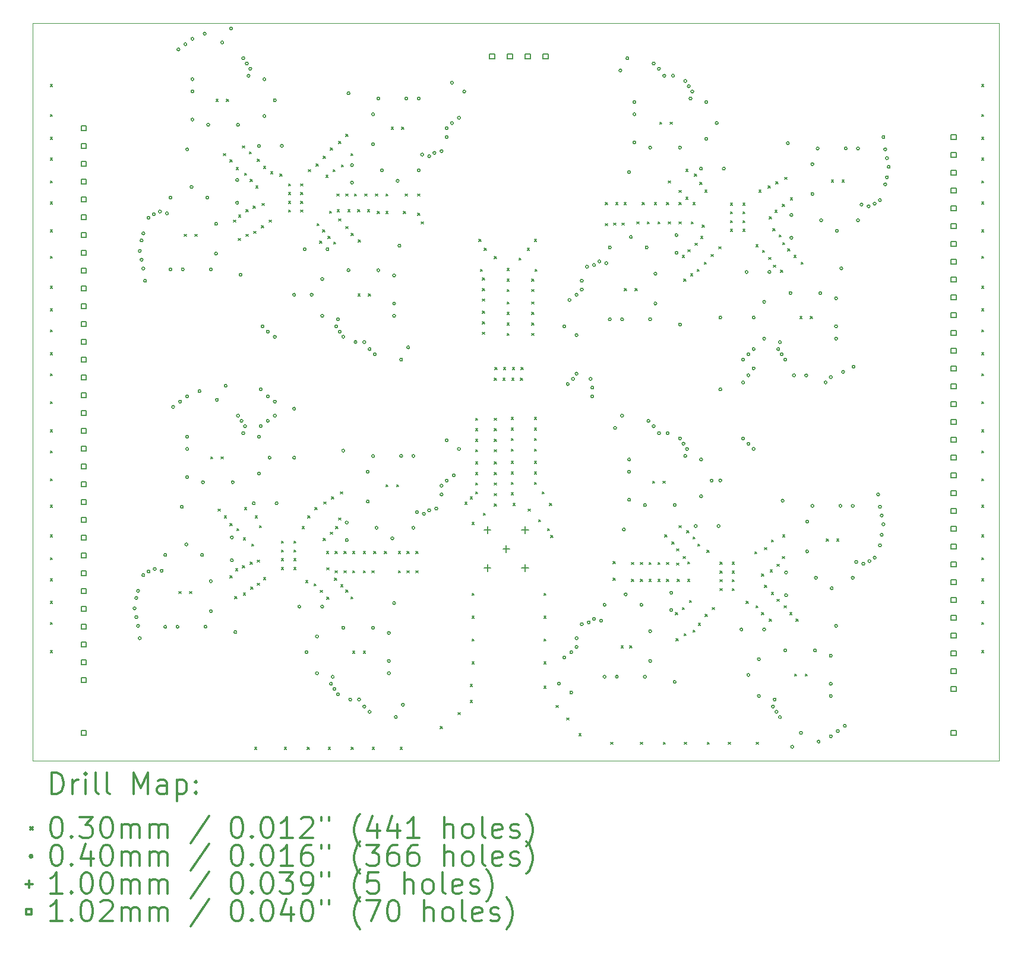
<source format=gbr>
%FSLAX45Y45*%
G04 Gerber Fmt 4.5, Leading zero omitted, Abs format (unit mm)*
G04 Created by KiCad (PCBNEW 4.0.2+dfsg1-stable) date Wed 06 Jul 2016 03:59:24 PM CEST*
%MOMM*%
G01*
G04 APERTURE LIST*
%ADD10C,0.127000*%
%ADD11C,0.100000*%
%ADD12C,0.200000*%
%ADD13C,0.300000*%
G04 APERTURE END LIST*
D10*
D11*
X7225000Y-1375000D02*
X21000000Y-1375000D01*
X7225000Y-11900000D02*
X7225000Y-1375000D01*
X21000000Y-11900000D02*
X7225000Y-11900000D01*
X21000000Y-1375000D02*
X21000000Y-11900000D01*
D12*
X7475000Y-2250000D02*
X7505000Y-2280000D01*
X7505000Y-2250000D02*
X7475000Y-2280000D01*
X7475000Y-2675000D02*
X7505000Y-2705000D01*
X7505000Y-2675000D02*
X7475000Y-2705000D01*
X7475000Y-3000000D02*
X7505000Y-3030000D01*
X7505000Y-3000000D02*
X7475000Y-3030000D01*
X7475000Y-3300000D02*
X7505000Y-3330000D01*
X7505000Y-3300000D02*
X7475000Y-3330000D01*
X7475000Y-3625000D02*
X7505000Y-3655000D01*
X7505000Y-3625000D02*
X7475000Y-3655000D01*
X7475000Y-3925000D02*
X7505000Y-3955000D01*
X7505000Y-3925000D02*
X7475000Y-3955000D01*
X7475000Y-4325000D02*
X7505000Y-4355000D01*
X7505000Y-4325000D02*
X7475000Y-4355000D01*
X7475000Y-4700000D02*
X7505000Y-4730000D01*
X7505000Y-4700000D02*
X7475000Y-4730000D01*
X7475000Y-5125000D02*
X7505000Y-5155000D01*
X7505000Y-5125000D02*
X7475000Y-5155000D01*
X7475000Y-5450000D02*
X7505000Y-5480000D01*
X7505000Y-5450000D02*
X7475000Y-5480000D01*
X7475000Y-5750000D02*
X7505000Y-5780000D01*
X7505000Y-5750000D02*
X7475000Y-5780000D01*
X7475000Y-6075000D02*
X7505000Y-6105000D01*
X7505000Y-6075000D02*
X7475000Y-6105000D01*
X7475000Y-6375000D02*
X7505000Y-6405000D01*
X7505000Y-6375000D02*
X7475000Y-6405000D01*
X7475000Y-6775000D02*
X7505000Y-6805000D01*
X7505000Y-6775000D02*
X7475000Y-6805000D01*
X7475000Y-7175000D02*
X7505000Y-7205000D01*
X7505000Y-7175000D02*
X7475000Y-7205000D01*
X7475000Y-7475000D02*
X7505000Y-7505000D01*
X7505000Y-7475000D02*
X7475000Y-7505000D01*
X7475000Y-7875000D02*
X7505000Y-7905000D01*
X7505000Y-7875000D02*
X7475000Y-7905000D01*
X7475000Y-8250000D02*
X7505000Y-8280000D01*
X7505000Y-8250000D02*
X7475000Y-8280000D01*
X7475000Y-8675000D02*
X7505000Y-8705000D01*
X7505000Y-8675000D02*
X7475000Y-8705000D01*
X7475000Y-9000000D02*
X7505000Y-9030000D01*
X7505000Y-9000000D02*
X7475000Y-9030000D01*
X7475000Y-9300000D02*
X7505000Y-9330000D01*
X7505000Y-9300000D02*
X7475000Y-9330000D01*
X7475000Y-9625000D02*
X7505000Y-9655000D01*
X7505000Y-9625000D02*
X7475000Y-9655000D01*
X7475000Y-9925000D02*
X7505000Y-9955000D01*
X7505000Y-9925000D02*
X7475000Y-9955000D01*
X7475000Y-10325000D02*
X7505000Y-10355000D01*
X7505000Y-10325000D02*
X7475000Y-10355000D01*
X9310000Y-9485000D02*
X9340000Y-9515000D01*
X9340000Y-9485000D02*
X9310000Y-9515000D01*
X9385000Y-4385000D02*
X9415000Y-4415000D01*
X9415000Y-4385000D02*
X9385000Y-4415000D01*
X9460000Y-9485000D02*
X9490000Y-9515000D01*
X9490000Y-9485000D02*
X9460000Y-9515000D01*
X9535000Y-4385000D02*
X9565000Y-4415000D01*
X9565000Y-4385000D02*
X9535000Y-4415000D01*
X9760000Y-7560000D02*
X9790000Y-7590000D01*
X9790000Y-7560000D02*
X9760000Y-7590000D01*
X9835000Y-2460000D02*
X9865000Y-2490000D01*
X9865000Y-2460000D02*
X9835000Y-2490000D01*
X9865000Y-8305000D02*
X9895000Y-8335000D01*
X9895000Y-8305000D02*
X9865000Y-8335000D01*
X9910000Y-7560000D02*
X9940000Y-7590000D01*
X9940000Y-7560000D02*
X9910000Y-7590000D01*
X9945000Y-3235000D02*
X9975000Y-3265000D01*
X9975000Y-3235000D02*
X9945000Y-3265000D01*
X9955000Y-8405000D02*
X9985000Y-8435000D01*
X9985000Y-8405000D02*
X9955000Y-8435000D01*
X9985000Y-2460000D02*
X10015000Y-2490000D01*
X10015000Y-2460000D02*
X9985000Y-2490000D01*
X10035000Y-3325000D02*
X10065000Y-3355000D01*
X10065000Y-3325000D02*
X10035000Y-3355000D01*
X10035000Y-8515000D02*
X10065000Y-8545000D01*
X10065000Y-8515000D02*
X10035000Y-8545000D01*
X10035000Y-9260000D02*
X10065000Y-9290000D01*
X10065000Y-9260000D02*
X10035000Y-9290000D01*
X10085000Y-4185000D02*
X10115000Y-4215000D01*
X10115000Y-4185000D02*
X10085000Y-4215000D01*
X10105000Y-9555000D02*
X10135000Y-9585000D01*
X10135000Y-9555000D02*
X10105000Y-9585000D01*
X10115000Y-9155000D02*
X10145000Y-9185000D01*
X10145000Y-9155000D02*
X10115000Y-9185000D01*
X10125000Y-3435000D02*
X10155000Y-3465000D01*
X10155000Y-3435000D02*
X10125000Y-3465000D01*
X10135000Y-8585000D02*
X10165000Y-8615000D01*
X10165000Y-8585000D02*
X10135000Y-8615000D01*
X10155000Y-4445000D02*
X10185000Y-4475000D01*
X10185000Y-4445000D02*
X10155000Y-4475000D01*
X10160000Y-4110000D02*
X10190000Y-4140000D01*
X10190000Y-4110000D02*
X10160000Y-4140000D01*
X10215000Y-3125000D02*
X10245000Y-3155000D01*
X10245000Y-3125000D02*
X10215000Y-3155000D01*
X10215000Y-9115000D02*
X10245000Y-9145000D01*
X10245000Y-9115000D02*
X10215000Y-9145000D01*
X10225000Y-8715000D02*
X10255000Y-8745000D01*
X10255000Y-8715000D02*
X10225000Y-8745000D01*
X10225000Y-9505000D02*
X10255000Y-9535000D01*
X10255000Y-9505000D02*
X10225000Y-9535000D01*
X10245000Y-3515000D02*
X10275000Y-3545000D01*
X10275000Y-3515000D02*
X10245000Y-3545000D01*
X10245000Y-8285000D02*
X10275000Y-8315000D01*
X10275000Y-8285000D02*
X10245000Y-8315000D01*
X10265000Y-4035000D02*
X10295000Y-4065000D01*
X10295000Y-4035000D02*
X10265000Y-4065000D01*
X10265000Y-4385000D02*
X10295000Y-4415000D01*
X10295000Y-4385000D02*
X10265000Y-4415000D01*
X10310000Y-3210000D02*
X10340000Y-3240000D01*
X10340000Y-3210000D02*
X10310000Y-3240000D01*
X10325000Y-3605000D02*
X10355000Y-3635000D01*
X10355000Y-3605000D02*
X10325000Y-3635000D01*
X10325000Y-9065000D02*
X10355000Y-9095000D01*
X10355000Y-9065000D02*
X10325000Y-9095000D01*
X10330000Y-9420000D02*
X10360000Y-9450000D01*
X10360000Y-9420000D02*
X10330000Y-9450000D01*
X10345000Y-8805000D02*
X10375000Y-8835000D01*
X10375000Y-8805000D02*
X10345000Y-8835000D01*
X10365000Y-3985000D02*
X10395000Y-4015000D01*
X10395000Y-3985000D02*
X10365000Y-4015000D01*
X10375000Y-4345000D02*
X10405000Y-4375000D01*
X10405000Y-4345000D02*
X10375000Y-4375000D01*
X10387500Y-11707500D02*
X10417500Y-11737500D01*
X10417500Y-11707500D02*
X10387500Y-11737500D01*
X10395000Y-8405000D02*
X10425000Y-8435000D01*
X10425000Y-8405000D02*
X10395000Y-8435000D01*
X10405000Y-3695000D02*
X10435000Y-3725000D01*
X10435000Y-3695000D02*
X10405000Y-3725000D01*
X10425000Y-3315000D02*
X10455000Y-3345000D01*
X10455000Y-3315000D02*
X10425000Y-3345000D01*
X10425000Y-9035000D02*
X10455000Y-9065000D01*
X10455000Y-9035000D02*
X10425000Y-9065000D01*
X10425000Y-9365000D02*
X10455000Y-9395000D01*
X10455000Y-9365000D02*
X10425000Y-9395000D01*
X10455000Y-8545000D02*
X10485000Y-8575000D01*
X10485000Y-8545000D02*
X10455000Y-8575000D01*
X10485000Y-4265000D02*
X10515000Y-4295000D01*
X10515000Y-4265000D02*
X10485000Y-4295000D01*
X10495000Y-3945000D02*
X10525000Y-3975000D01*
X10525000Y-3945000D02*
X10495000Y-3975000D01*
X10515000Y-3415000D02*
X10545000Y-3445000D01*
X10545000Y-3415000D02*
X10515000Y-3445000D01*
X10515000Y-9285000D02*
X10545000Y-9315000D01*
X10545000Y-9285000D02*
X10515000Y-9315000D01*
X10595000Y-4185000D02*
X10625000Y-4215000D01*
X10625000Y-4185000D02*
X10595000Y-4215000D01*
X10615000Y-3495000D02*
X10645000Y-3525000D01*
X10645000Y-3495000D02*
X10615000Y-3525000D01*
X10745000Y-3525000D02*
X10775000Y-3555000D01*
X10775000Y-3525000D02*
X10745000Y-3555000D01*
X10770000Y-8765000D02*
X10800000Y-8795000D01*
X10800000Y-8765000D02*
X10770000Y-8795000D01*
X10770000Y-8890000D02*
X10800000Y-8920000D01*
X10800000Y-8890000D02*
X10770000Y-8920000D01*
X10770000Y-9015000D02*
X10800000Y-9045000D01*
X10800000Y-9015000D02*
X10770000Y-9045000D01*
X10770000Y-9140000D02*
X10800000Y-9170000D01*
X10800000Y-9140000D02*
X10770000Y-9170000D01*
X10812500Y-11707500D02*
X10842500Y-11737500D01*
X10842500Y-11707500D02*
X10812500Y-11737500D01*
X10870000Y-3665000D02*
X10900000Y-3695000D01*
X10900000Y-3665000D02*
X10870000Y-3695000D01*
X10870000Y-3790000D02*
X10900000Y-3820000D01*
X10900000Y-3790000D02*
X10870000Y-3820000D01*
X10870000Y-3915000D02*
X10900000Y-3945000D01*
X10900000Y-3915000D02*
X10870000Y-3945000D01*
X10870000Y-4040000D02*
X10900000Y-4070000D01*
X10900000Y-4040000D02*
X10870000Y-4070000D01*
X10945000Y-8765000D02*
X10975000Y-8795000D01*
X10975000Y-8765000D02*
X10945000Y-8795000D01*
X10945000Y-8890000D02*
X10975000Y-8920000D01*
X10975000Y-8890000D02*
X10945000Y-8920000D01*
X10945000Y-9015000D02*
X10975000Y-9045000D01*
X10975000Y-9015000D02*
X10945000Y-9045000D01*
X10945000Y-9140000D02*
X10975000Y-9170000D01*
X10975000Y-9140000D02*
X10945000Y-9170000D01*
X11045000Y-3665000D02*
X11075000Y-3695000D01*
X11075000Y-3665000D02*
X11045000Y-3695000D01*
X11045000Y-3790000D02*
X11075000Y-3820000D01*
X11075000Y-3790000D02*
X11045000Y-3820000D01*
X11045000Y-3915000D02*
X11075000Y-3945000D01*
X11075000Y-3915000D02*
X11045000Y-3945000D01*
X11045000Y-4040000D02*
X11075000Y-4070000D01*
X11075000Y-4040000D02*
X11045000Y-4070000D01*
X11065000Y-8555000D02*
X11095000Y-8585000D01*
X11095000Y-8555000D02*
X11065000Y-8585000D01*
X11115000Y-9325000D02*
X11145000Y-9355000D01*
X11145000Y-9325000D02*
X11115000Y-9355000D01*
X11137500Y-11707500D02*
X11167500Y-11737500D01*
X11167500Y-11707500D02*
X11137500Y-11737500D01*
X11145000Y-8405000D02*
X11175000Y-8435000D01*
X11175000Y-8405000D02*
X11145000Y-8435000D01*
X11155000Y-3465000D02*
X11185000Y-3495000D01*
X11185000Y-3465000D02*
X11155000Y-3495000D01*
X11235000Y-9375000D02*
X11265000Y-9405000D01*
X11265000Y-9375000D02*
X11235000Y-9405000D01*
X11245000Y-8285000D02*
X11275000Y-8315000D01*
X11275000Y-8285000D02*
X11245000Y-8315000D01*
X11265000Y-3385000D02*
X11295000Y-3415000D01*
X11295000Y-3385000D02*
X11265000Y-3415000D01*
X11275000Y-4235000D02*
X11305000Y-4265000D01*
X11305000Y-4235000D02*
X11275000Y-4265000D01*
X11315000Y-4485000D02*
X11345000Y-4515000D01*
X11345000Y-4485000D02*
X11315000Y-4515000D01*
X11325000Y-9465000D02*
X11355000Y-9495000D01*
X11355000Y-9465000D02*
X11325000Y-9495000D01*
X11355000Y-4325000D02*
X11385000Y-4355000D01*
X11385000Y-4325000D02*
X11355000Y-4355000D01*
X11365000Y-3275000D02*
X11395000Y-3305000D01*
X11395000Y-3275000D02*
X11365000Y-3305000D01*
X11365000Y-8725000D02*
X11395000Y-8755000D01*
X11395000Y-8725000D02*
X11365000Y-8755000D01*
X11375000Y-8205000D02*
X11405000Y-8235000D01*
X11405000Y-8205000D02*
X11375000Y-8235000D01*
X11405000Y-3545000D02*
X11435000Y-3575000D01*
X11435000Y-3545000D02*
X11405000Y-3575000D01*
X11410000Y-8910000D02*
X11440000Y-8940000D01*
X11440000Y-8910000D02*
X11410000Y-8940000D01*
X11415000Y-9145000D02*
X11445000Y-9175000D01*
X11445000Y-9145000D02*
X11415000Y-9175000D01*
X11415000Y-9565000D02*
X11445000Y-9595000D01*
X11445000Y-9565000D02*
X11415000Y-9595000D01*
X11435000Y-4415000D02*
X11465000Y-4445000D01*
X11465000Y-4415000D02*
X11435000Y-4445000D01*
X11437500Y-11707500D02*
X11467500Y-11737500D01*
X11467500Y-11707500D02*
X11437500Y-11737500D01*
X11455000Y-4055000D02*
X11485000Y-4085000D01*
X11485000Y-4055000D02*
X11455000Y-4085000D01*
X11465000Y-3155000D02*
X11495000Y-3185000D01*
X11495000Y-3155000D02*
X11465000Y-3185000D01*
X11465000Y-8635000D02*
X11495000Y-8665000D01*
X11495000Y-8635000D02*
X11465000Y-8665000D01*
X11485000Y-8135000D02*
X11515000Y-8165000D01*
X11515000Y-8135000D02*
X11485000Y-8165000D01*
X11505000Y-3465000D02*
X11535000Y-3495000D01*
X11535000Y-3465000D02*
X11505000Y-3495000D01*
X11515000Y-4495000D02*
X11545000Y-4525000D01*
X11545000Y-4495000D02*
X11515000Y-4525000D01*
X11525000Y-9295000D02*
X11555000Y-9325000D01*
X11555000Y-9295000D02*
X11525000Y-9325000D01*
X11535000Y-8910000D02*
X11565000Y-8940000D01*
X11565000Y-8910000D02*
X11535000Y-8940000D01*
X11535000Y-9185000D02*
X11565000Y-9215000D01*
X11565000Y-9185000D02*
X11535000Y-9215000D01*
X11545000Y-8555000D02*
X11575000Y-8585000D01*
X11575000Y-8555000D02*
X11545000Y-8585000D01*
X11560000Y-3810000D02*
X11590000Y-3840000D01*
X11590000Y-3810000D02*
X11560000Y-3840000D01*
X11565000Y-4035000D02*
X11595000Y-4065000D01*
X11595000Y-4035000D02*
X11565000Y-4065000D01*
X11585000Y-3060000D02*
X11615000Y-3090000D01*
X11615000Y-3060000D02*
X11585000Y-3090000D01*
X11585000Y-4165000D02*
X11615000Y-4195000D01*
X11615000Y-4165000D02*
X11585000Y-4195000D01*
X11585000Y-8435000D02*
X11615000Y-8465000D01*
X11615000Y-8435000D02*
X11585000Y-8465000D01*
X11610000Y-8060000D02*
X11640000Y-8090000D01*
X11640000Y-8060000D02*
X11610000Y-8090000D01*
X11615000Y-9385000D02*
X11645000Y-9415000D01*
X11645000Y-9385000D02*
X11615000Y-9415000D01*
X11625000Y-3395000D02*
X11655000Y-3425000D01*
X11655000Y-3395000D02*
X11625000Y-3425000D01*
X11660000Y-8910000D02*
X11690000Y-8940000D01*
X11690000Y-8910000D02*
X11660000Y-8940000D01*
X11660000Y-9185000D02*
X11690000Y-9215000D01*
X11690000Y-9185000D02*
X11660000Y-9215000D01*
X11685000Y-2960000D02*
X11715000Y-2990000D01*
X11715000Y-2960000D02*
X11685000Y-2990000D01*
X11685000Y-3810000D02*
X11715000Y-3840000D01*
X11715000Y-3810000D02*
X11685000Y-3840000D01*
X11685000Y-4275000D02*
X11715000Y-4305000D01*
X11715000Y-4275000D02*
X11685000Y-4305000D01*
X11685000Y-9460000D02*
X11715000Y-9490000D01*
X11715000Y-9460000D02*
X11685000Y-9490000D01*
X11715000Y-4035000D02*
X11745000Y-4065000D01*
X11745000Y-4035000D02*
X11715000Y-4065000D01*
X11760000Y-3235000D02*
X11790000Y-3265000D01*
X11790000Y-3235000D02*
X11760000Y-3265000D01*
X11760000Y-9560000D02*
X11790000Y-9590000D01*
X11790000Y-9560000D02*
X11760000Y-9590000D01*
X11762500Y-11707500D02*
X11792500Y-11737500D01*
X11792500Y-11707500D02*
X11762500Y-11737500D01*
X11765000Y-4375000D02*
X11795000Y-4405000D01*
X11795000Y-4375000D02*
X11765000Y-4405000D01*
X11785000Y-8910000D02*
X11815000Y-8940000D01*
X11815000Y-8910000D02*
X11785000Y-8940000D01*
X11785000Y-9185000D02*
X11815000Y-9215000D01*
X11815000Y-9185000D02*
X11785000Y-9215000D01*
X11785000Y-10335000D02*
X11815000Y-10365000D01*
X11815000Y-10335000D02*
X11785000Y-10365000D01*
X11810000Y-3810000D02*
X11840000Y-3840000D01*
X11840000Y-3810000D02*
X11810000Y-3840000D01*
X11855000Y-4035000D02*
X11885000Y-4065000D01*
X11885000Y-4035000D02*
X11855000Y-4065000D01*
X11860000Y-5235000D02*
X11890000Y-5265000D01*
X11890000Y-5235000D02*
X11860000Y-5265000D01*
X11865000Y-4465000D02*
X11895000Y-4495000D01*
X11895000Y-4465000D02*
X11865000Y-4495000D01*
X11935000Y-8910000D02*
X11965000Y-8940000D01*
X11965000Y-8910000D02*
X11935000Y-8940000D01*
X11935000Y-9185000D02*
X11965000Y-9215000D01*
X11965000Y-9185000D02*
X11935000Y-9215000D01*
X11935000Y-10335000D02*
X11965000Y-10365000D01*
X11965000Y-10335000D02*
X11935000Y-10365000D01*
X11960000Y-3810000D02*
X11990000Y-3840000D01*
X11990000Y-3810000D02*
X11960000Y-3840000D01*
X11995000Y-4035000D02*
X12025000Y-4065000D01*
X12025000Y-4035000D02*
X11995000Y-4065000D01*
X12010000Y-5235000D02*
X12040000Y-5265000D01*
X12040000Y-5235000D02*
X12010000Y-5265000D01*
X12060000Y-9185000D02*
X12090000Y-9215000D01*
X12090000Y-9185000D02*
X12060000Y-9215000D01*
X12062500Y-11707500D02*
X12092500Y-11737500D01*
X12092500Y-11707500D02*
X12062500Y-11737500D01*
X12085000Y-8910000D02*
X12115000Y-8940000D01*
X12115000Y-8910000D02*
X12085000Y-8940000D01*
X12110000Y-3810000D02*
X12140000Y-3840000D01*
X12140000Y-3810000D02*
X12110000Y-3840000D01*
X12135000Y-4060000D02*
X12165000Y-4090000D01*
X12165000Y-4060000D02*
X12135000Y-4090000D01*
X12235000Y-8910000D02*
X12265000Y-8940000D01*
X12265000Y-8910000D02*
X12235000Y-8940000D01*
X12260000Y-3810000D02*
X12290000Y-3840000D01*
X12290000Y-3810000D02*
X12260000Y-3840000D01*
X12260000Y-4060000D02*
X12290000Y-4090000D01*
X12290000Y-4060000D02*
X12260000Y-4090000D01*
X12260000Y-7960000D02*
X12290000Y-7990000D01*
X12290000Y-7960000D02*
X12260000Y-7990000D01*
X12335000Y-2860000D02*
X12365000Y-2890000D01*
X12365000Y-2860000D02*
X12335000Y-2890000D01*
X12410000Y-7960000D02*
X12440000Y-7990000D01*
X12440000Y-7960000D02*
X12410000Y-7990000D01*
X12435000Y-8910000D02*
X12465000Y-8940000D01*
X12465000Y-8910000D02*
X12435000Y-8940000D01*
X12435000Y-9185000D02*
X12465000Y-9215000D01*
X12465000Y-9185000D02*
X12435000Y-9215000D01*
X12462500Y-11707500D02*
X12492500Y-11737500D01*
X12492500Y-11707500D02*
X12462500Y-11737500D01*
X12485000Y-2860000D02*
X12515000Y-2890000D01*
X12515000Y-2860000D02*
X12485000Y-2890000D01*
X12510000Y-4060000D02*
X12540000Y-4090000D01*
X12540000Y-4060000D02*
X12510000Y-4090000D01*
X12535000Y-3810000D02*
X12565000Y-3840000D01*
X12565000Y-3810000D02*
X12535000Y-3840000D01*
X12560000Y-8910000D02*
X12590000Y-8940000D01*
X12590000Y-8910000D02*
X12560000Y-8940000D01*
X12560000Y-9185000D02*
X12590000Y-9215000D01*
X12590000Y-9185000D02*
X12560000Y-9215000D01*
X12685000Y-8910000D02*
X12715000Y-8940000D01*
X12715000Y-8910000D02*
X12685000Y-8940000D01*
X12685000Y-9185000D02*
X12715000Y-9215000D01*
X12715000Y-9185000D02*
X12685000Y-9215000D01*
X12710000Y-3810000D02*
X12740000Y-3840000D01*
X12740000Y-3810000D02*
X12710000Y-3840000D01*
X12710000Y-4085000D02*
X12740000Y-4115000D01*
X12740000Y-4085000D02*
X12710000Y-4115000D01*
X12760000Y-4210000D02*
X12790000Y-4240000D01*
X12790000Y-4210000D02*
X12760000Y-4240000D01*
X13035000Y-11410000D02*
X13065000Y-11440000D01*
X13065000Y-11410000D02*
X13035000Y-11440000D01*
X13285000Y-11210000D02*
X13315000Y-11240000D01*
X13315000Y-11210000D02*
X13285000Y-11240000D01*
X13385000Y-8210000D02*
X13415000Y-8240000D01*
X13415000Y-8210000D02*
X13385000Y-8240000D01*
X13460000Y-8135000D02*
X13490000Y-8165000D01*
X13490000Y-8135000D02*
X13460000Y-8165000D01*
X13460000Y-10810000D02*
X13490000Y-10840000D01*
X13490000Y-10810000D02*
X13460000Y-10840000D01*
X13460000Y-11035000D02*
X13490000Y-11065000D01*
X13490000Y-11035000D02*
X13460000Y-11065000D01*
X13485000Y-8495000D02*
X13515000Y-8525000D01*
X13515000Y-8495000D02*
X13485000Y-8525000D01*
X13485000Y-9510000D02*
X13515000Y-9540000D01*
X13515000Y-9510000D02*
X13485000Y-9540000D01*
X13485000Y-9835000D02*
X13515000Y-9865000D01*
X13515000Y-9835000D02*
X13485000Y-9865000D01*
X13485000Y-10160000D02*
X13515000Y-10190000D01*
X13515000Y-10160000D02*
X13485000Y-10190000D01*
X13485000Y-10485000D02*
X13515000Y-10515000D01*
X13515000Y-10485000D02*
X13485000Y-10515000D01*
X13535000Y-7010000D02*
X13565000Y-7040000D01*
X13565000Y-7010000D02*
X13535000Y-7040000D01*
X13535000Y-7160000D02*
X13565000Y-7190000D01*
X13565000Y-7160000D02*
X13535000Y-7190000D01*
X13535000Y-7310000D02*
X13565000Y-7340000D01*
X13565000Y-7310000D02*
X13535000Y-7340000D01*
X13535000Y-7460000D02*
X13565000Y-7490000D01*
X13565000Y-7460000D02*
X13535000Y-7490000D01*
X13535000Y-7635000D02*
X13565000Y-7665000D01*
X13565000Y-7635000D02*
X13535000Y-7665000D01*
X13535000Y-7785000D02*
X13565000Y-7815000D01*
X13565000Y-7785000D02*
X13535000Y-7815000D01*
X13535000Y-7935000D02*
X13565000Y-7965000D01*
X13565000Y-7935000D02*
X13535000Y-7965000D01*
X13535000Y-8060000D02*
X13565000Y-8090000D01*
X13565000Y-8060000D02*
X13535000Y-8090000D01*
X13585000Y-4460000D02*
X13615000Y-4490000D01*
X13615000Y-4460000D02*
X13585000Y-4490000D01*
X13605000Y-4885000D02*
X13635000Y-4915000D01*
X13635000Y-4885000D02*
X13605000Y-4915000D01*
X13635000Y-5010000D02*
X13665000Y-5040000D01*
X13665000Y-5010000D02*
X13635000Y-5040000D01*
X13635000Y-5160000D02*
X13665000Y-5190000D01*
X13665000Y-5160000D02*
X13635000Y-5190000D01*
X13635000Y-5310000D02*
X13665000Y-5340000D01*
X13665000Y-5310000D02*
X13635000Y-5340000D01*
X13635000Y-5485000D02*
X13665000Y-5515000D01*
X13665000Y-5485000D02*
X13635000Y-5515000D01*
X13635000Y-5635000D02*
X13665000Y-5665000D01*
X13665000Y-5635000D02*
X13635000Y-5665000D01*
X13635000Y-5785000D02*
X13665000Y-5815000D01*
X13665000Y-5785000D02*
X13635000Y-5815000D01*
X13645000Y-8365000D02*
X13675000Y-8395000D01*
X13675000Y-8365000D02*
X13645000Y-8395000D01*
X13660000Y-4585000D02*
X13690000Y-4615000D01*
X13690000Y-4585000D02*
X13660000Y-4615000D01*
X13802500Y-6437500D02*
X13832500Y-6467500D01*
X13832500Y-6437500D02*
X13802500Y-6467500D01*
X13805000Y-4705000D02*
X13835000Y-4735000D01*
X13835000Y-4705000D02*
X13805000Y-4735000D01*
X13805000Y-7010000D02*
X13835000Y-7040000D01*
X13835000Y-7010000D02*
X13805000Y-7040000D01*
X13805000Y-7160000D02*
X13835000Y-7190000D01*
X13835000Y-7160000D02*
X13805000Y-7190000D01*
X13805000Y-7310000D02*
X13835000Y-7340000D01*
X13835000Y-7310000D02*
X13805000Y-7340000D01*
X13805000Y-7460000D02*
X13835000Y-7490000D01*
X13835000Y-7460000D02*
X13805000Y-7490000D01*
X13805000Y-7635000D02*
X13835000Y-7665000D01*
X13835000Y-7635000D02*
X13805000Y-7665000D01*
X13805000Y-7785000D02*
X13835000Y-7815000D01*
X13835000Y-7785000D02*
X13805000Y-7815000D01*
X13805000Y-7935000D02*
X13835000Y-7965000D01*
X13835000Y-7935000D02*
X13805000Y-7965000D01*
X13805000Y-8085000D02*
X13835000Y-8115000D01*
X13835000Y-8085000D02*
X13805000Y-8115000D01*
X13805000Y-8235000D02*
X13835000Y-8265000D01*
X13835000Y-8235000D02*
X13805000Y-8265000D01*
X13810000Y-6285000D02*
X13840000Y-6315000D01*
X13840000Y-6285000D02*
X13810000Y-6315000D01*
X13927500Y-6437500D02*
X13957500Y-6467500D01*
X13957500Y-6437500D02*
X13927500Y-6467500D01*
X13935000Y-6285000D02*
X13965000Y-6315000D01*
X13965000Y-6285000D02*
X13935000Y-6315000D01*
X13985000Y-4875000D02*
X14015000Y-4905000D01*
X14015000Y-4875000D02*
X13985000Y-4905000D01*
X13985000Y-5025000D02*
X14015000Y-5055000D01*
X14015000Y-5025000D02*
X13985000Y-5055000D01*
X13985000Y-5175000D02*
X14015000Y-5205000D01*
X14015000Y-5175000D02*
X13985000Y-5205000D01*
X13985000Y-5350000D02*
X14015000Y-5380000D01*
X14015000Y-5350000D02*
X13985000Y-5380000D01*
X13985000Y-5500000D02*
X14015000Y-5530000D01*
X14015000Y-5500000D02*
X13985000Y-5530000D01*
X13985000Y-5650000D02*
X14015000Y-5680000D01*
X14015000Y-5650000D02*
X13985000Y-5680000D01*
X13985000Y-5800000D02*
X14015000Y-5830000D01*
X14015000Y-5800000D02*
X13985000Y-5830000D01*
X14045000Y-7000000D02*
X14075000Y-7030000D01*
X14075000Y-7000000D02*
X14045000Y-7030000D01*
X14045000Y-7150000D02*
X14075000Y-7180000D01*
X14075000Y-7150000D02*
X14045000Y-7180000D01*
X14045000Y-7300000D02*
X14075000Y-7330000D01*
X14075000Y-7300000D02*
X14045000Y-7330000D01*
X14045000Y-7450000D02*
X14075000Y-7480000D01*
X14075000Y-7450000D02*
X14045000Y-7480000D01*
X14045000Y-7625000D02*
X14075000Y-7655000D01*
X14075000Y-7625000D02*
X14045000Y-7655000D01*
X14045000Y-7775000D02*
X14075000Y-7805000D01*
X14075000Y-7775000D02*
X14045000Y-7805000D01*
X14045000Y-7925000D02*
X14075000Y-7955000D01*
X14075000Y-7925000D02*
X14045000Y-7955000D01*
X14045000Y-8075000D02*
X14075000Y-8105000D01*
X14075000Y-8075000D02*
X14045000Y-8105000D01*
X14052500Y-6437500D02*
X14082500Y-6467500D01*
X14082500Y-6437500D02*
X14052500Y-6467500D01*
X14060000Y-6285000D02*
X14090000Y-6315000D01*
X14090000Y-6285000D02*
X14060000Y-6315000D01*
X14070000Y-8225000D02*
X14100000Y-8255000D01*
X14100000Y-8225000D02*
X14070000Y-8255000D01*
X14155000Y-4725000D02*
X14185000Y-4755000D01*
X14185000Y-4725000D02*
X14155000Y-4755000D01*
X14177500Y-6437500D02*
X14207500Y-6467500D01*
X14207500Y-6437500D02*
X14177500Y-6467500D01*
X14185000Y-6285000D02*
X14215000Y-6315000D01*
X14215000Y-6285000D02*
X14185000Y-6315000D01*
X14275000Y-4585000D02*
X14305000Y-4615000D01*
X14305000Y-4585000D02*
X14275000Y-4615000D01*
X14285000Y-8305000D02*
X14315000Y-8335000D01*
X14315000Y-8305000D02*
X14285000Y-8335000D01*
X14335000Y-5025000D02*
X14365000Y-5055000D01*
X14365000Y-5025000D02*
X14335000Y-5055000D01*
X14335000Y-5175000D02*
X14365000Y-5205000D01*
X14365000Y-5175000D02*
X14335000Y-5205000D01*
X14335000Y-5350000D02*
X14365000Y-5380000D01*
X14365000Y-5350000D02*
X14335000Y-5380000D01*
X14335000Y-5500000D02*
X14365000Y-5530000D01*
X14365000Y-5500000D02*
X14335000Y-5530000D01*
X14335000Y-5650000D02*
X14365000Y-5680000D01*
X14365000Y-5650000D02*
X14335000Y-5680000D01*
X14335000Y-5800000D02*
X14365000Y-5830000D01*
X14365000Y-5800000D02*
X14335000Y-5830000D01*
X14375000Y-4460000D02*
X14405000Y-4490000D01*
X14405000Y-4460000D02*
X14375000Y-4490000D01*
X14375000Y-7000000D02*
X14405000Y-7030000D01*
X14405000Y-7000000D02*
X14375000Y-7030000D01*
X14375000Y-7150000D02*
X14405000Y-7180000D01*
X14405000Y-7150000D02*
X14375000Y-7180000D01*
X14375000Y-7300000D02*
X14405000Y-7330000D01*
X14405000Y-7300000D02*
X14375000Y-7330000D01*
X14375000Y-7450000D02*
X14405000Y-7480000D01*
X14405000Y-7450000D02*
X14375000Y-7480000D01*
X14375000Y-7625000D02*
X14405000Y-7655000D01*
X14405000Y-7625000D02*
X14375000Y-7655000D01*
X14375000Y-7775000D02*
X14405000Y-7805000D01*
X14405000Y-7775000D02*
X14375000Y-7805000D01*
X14375000Y-7925000D02*
X14405000Y-7955000D01*
X14405000Y-7925000D02*
X14375000Y-7955000D01*
X14385000Y-4885000D02*
X14415000Y-4915000D01*
X14415000Y-4885000D02*
X14385000Y-4915000D01*
X14435000Y-8460000D02*
X14465000Y-8490000D01*
X14465000Y-8460000D02*
X14435000Y-8490000D01*
X14485000Y-8060000D02*
X14515000Y-8090000D01*
X14515000Y-8060000D02*
X14485000Y-8090000D01*
X14510000Y-9510000D02*
X14540000Y-9540000D01*
X14540000Y-9510000D02*
X14510000Y-9540000D01*
X14510000Y-9835000D02*
X14540000Y-9865000D01*
X14540000Y-9835000D02*
X14510000Y-9865000D01*
X14510000Y-10160000D02*
X14540000Y-10190000D01*
X14540000Y-10160000D02*
X14510000Y-10190000D01*
X14510000Y-10485000D02*
X14540000Y-10515000D01*
X14540000Y-10485000D02*
X14510000Y-10515000D01*
X14510000Y-10835000D02*
X14540000Y-10865000D01*
X14540000Y-10835000D02*
X14510000Y-10865000D01*
X14560000Y-8585000D02*
X14590000Y-8615000D01*
X14590000Y-8585000D02*
X14560000Y-8615000D01*
X14590000Y-8225000D02*
X14620000Y-8255000D01*
X14620000Y-8225000D02*
X14590000Y-8255000D01*
X14610000Y-8685000D02*
X14640000Y-8715000D01*
X14640000Y-8685000D02*
X14610000Y-8715000D01*
X14685000Y-11110000D02*
X14715000Y-11140000D01*
X14715000Y-11110000D02*
X14685000Y-11140000D01*
X14835000Y-11285000D02*
X14865000Y-11315000D01*
X14865000Y-11285000D02*
X14835000Y-11315000D01*
X15010000Y-11510000D02*
X15040000Y-11540000D01*
X15040000Y-11510000D02*
X15010000Y-11540000D01*
X15385000Y-3935000D02*
X15415000Y-3965000D01*
X15415000Y-3935000D02*
X15385000Y-3965000D01*
X15385000Y-4235000D02*
X15415000Y-4265000D01*
X15415000Y-4235000D02*
X15385000Y-4265000D01*
X15462500Y-11632500D02*
X15492500Y-11662500D01*
X15492500Y-11632500D02*
X15462500Y-11662500D01*
X15495000Y-9055000D02*
X15525000Y-9085000D01*
X15525000Y-9055000D02*
X15495000Y-9085000D01*
X15495000Y-9295000D02*
X15525000Y-9325000D01*
X15525000Y-9295000D02*
X15495000Y-9325000D01*
X15505000Y-4225000D02*
X15535000Y-4255000D01*
X15535000Y-4225000D02*
X15505000Y-4255000D01*
X15535000Y-3935000D02*
X15565000Y-3965000D01*
X15565000Y-3935000D02*
X15535000Y-3965000D01*
X15610000Y-10260000D02*
X15640000Y-10290000D01*
X15640000Y-10260000D02*
X15610000Y-10290000D01*
X15625000Y-4225000D02*
X15655000Y-4255000D01*
X15655000Y-4225000D02*
X15625000Y-4255000D01*
X15655000Y-3935000D02*
X15685000Y-3965000D01*
X15685000Y-3935000D02*
X15655000Y-3965000D01*
X15660000Y-5160000D02*
X15690000Y-5190000D01*
X15690000Y-5160000D02*
X15660000Y-5190000D01*
X15735000Y-10260000D02*
X15765000Y-10290000D01*
X15765000Y-10260000D02*
X15735000Y-10290000D01*
X15760000Y-9070000D02*
X15790000Y-9100000D01*
X15790000Y-9070000D02*
X15760000Y-9100000D01*
X15760000Y-9310000D02*
X15790000Y-9340000D01*
X15790000Y-9310000D02*
X15760000Y-9340000D01*
X15810000Y-5160000D02*
X15840000Y-5190000D01*
X15840000Y-5160000D02*
X15810000Y-5190000D01*
X15835000Y-4210000D02*
X15865000Y-4240000D01*
X15865000Y-4210000D02*
X15835000Y-4240000D01*
X15885000Y-9070000D02*
X15915000Y-9100000D01*
X15915000Y-9070000D02*
X15885000Y-9100000D01*
X15885000Y-9310000D02*
X15915000Y-9340000D01*
X15915000Y-9310000D02*
X15885000Y-9340000D01*
X15887500Y-11632500D02*
X15917500Y-11662500D01*
X15917500Y-11632500D02*
X15887500Y-11662500D01*
X15910000Y-3935000D02*
X15940000Y-3965000D01*
X15940000Y-3935000D02*
X15910000Y-3965000D01*
X15985000Y-4210000D02*
X16015000Y-4240000D01*
X16015000Y-4210000D02*
X15985000Y-4240000D01*
X16010000Y-9070000D02*
X16040000Y-9100000D01*
X16040000Y-9070000D02*
X16010000Y-9100000D01*
X16010000Y-9310000D02*
X16040000Y-9340000D01*
X16040000Y-9310000D02*
X16010000Y-9340000D01*
X16060000Y-7910000D02*
X16090000Y-7940000D01*
X16090000Y-7910000D02*
X16060000Y-7940000D01*
X16085000Y-3935000D02*
X16115000Y-3965000D01*
X16115000Y-3935000D02*
X16085000Y-3965000D01*
X16135000Y-4210000D02*
X16165000Y-4240000D01*
X16165000Y-4210000D02*
X16135000Y-4240000D01*
X16135000Y-9070000D02*
X16165000Y-9100000D01*
X16165000Y-9070000D02*
X16135000Y-9100000D01*
X16135000Y-9310000D02*
X16165000Y-9340000D01*
X16165000Y-9310000D02*
X16135000Y-9340000D01*
X16160000Y-2785000D02*
X16190000Y-2815000D01*
X16190000Y-2785000D02*
X16160000Y-2815000D01*
X16210000Y-7910000D02*
X16240000Y-7940000D01*
X16240000Y-7910000D02*
X16210000Y-7940000D01*
X16212500Y-11632500D02*
X16242500Y-11662500D01*
X16242500Y-11632500D02*
X16212500Y-11662500D01*
X16235000Y-8675000D02*
X16265000Y-8705000D01*
X16265000Y-8675000D02*
X16235000Y-8705000D01*
X16260000Y-3935000D02*
X16290000Y-3965000D01*
X16290000Y-3935000D02*
X16260000Y-3965000D01*
X16260000Y-9070000D02*
X16290000Y-9100000D01*
X16290000Y-9070000D02*
X16260000Y-9100000D01*
X16260000Y-9310000D02*
X16290000Y-9340000D01*
X16290000Y-9310000D02*
X16260000Y-9340000D01*
X16285000Y-3625000D02*
X16315000Y-3655000D01*
X16315000Y-3625000D02*
X16285000Y-3655000D01*
X16285000Y-4210000D02*
X16315000Y-4240000D01*
X16315000Y-4210000D02*
X16285000Y-4240000D01*
X16310000Y-2785000D02*
X16340000Y-2815000D01*
X16340000Y-2785000D02*
X16310000Y-2815000D01*
X16335000Y-8775000D02*
X16365000Y-8805000D01*
X16365000Y-8775000D02*
X16335000Y-8805000D01*
X16385000Y-9785000D02*
X16415000Y-9815000D01*
X16415000Y-9785000D02*
X16385000Y-9815000D01*
X16395000Y-10155000D02*
X16425000Y-10185000D01*
X16425000Y-10155000D02*
X16395000Y-10185000D01*
X16405000Y-8875000D02*
X16435000Y-8905000D01*
X16435000Y-8875000D02*
X16405000Y-8905000D01*
X16405000Y-9075000D02*
X16435000Y-9105000D01*
X16435000Y-9075000D02*
X16405000Y-9105000D01*
X16410000Y-9310000D02*
X16440000Y-9340000D01*
X16440000Y-9310000D02*
X16410000Y-9340000D01*
X16435000Y-3760000D02*
X16465000Y-3790000D01*
X16465000Y-3760000D02*
X16435000Y-3790000D01*
X16435000Y-3935000D02*
X16465000Y-3965000D01*
X16465000Y-3935000D02*
X16435000Y-3965000D01*
X16435000Y-4210000D02*
X16465000Y-4240000D01*
X16465000Y-4210000D02*
X16435000Y-4240000D01*
X16435000Y-8545000D02*
X16465000Y-8575000D01*
X16465000Y-8545000D02*
X16435000Y-8575000D01*
X16485000Y-4685000D02*
X16515000Y-4715000D01*
X16515000Y-4685000D02*
X16485000Y-4715000D01*
X16485000Y-9710000D02*
X16515000Y-9740000D01*
X16515000Y-9710000D02*
X16485000Y-9740000D01*
X16495000Y-8985000D02*
X16525000Y-9015000D01*
X16525000Y-8985000D02*
X16495000Y-9015000D01*
X16505000Y-5025000D02*
X16535000Y-5055000D01*
X16535000Y-5025000D02*
X16505000Y-5055000D01*
X16510000Y-10085000D02*
X16540000Y-10115000D01*
X16540000Y-10085000D02*
X16510000Y-10115000D01*
X16512500Y-11632500D02*
X16542500Y-11662500D01*
X16542500Y-11632500D02*
X16512500Y-11662500D01*
X16535000Y-3460000D02*
X16565000Y-3490000D01*
X16565000Y-3460000D02*
X16535000Y-3490000D01*
X16535000Y-3855000D02*
X16565000Y-3885000D01*
X16565000Y-3855000D02*
X16535000Y-3885000D01*
X16545000Y-8615000D02*
X16575000Y-8645000D01*
X16575000Y-8615000D02*
X16545000Y-8645000D01*
X16560000Y-9060000D02*
X16590000Y-9090000D01*
X16590000Y-9060000D02*
X16560000Y-9090000D01*
X16560000Y-9310000D02*
X16590000Y-9340000D01*
X16590000Y-9310000D02*
X16560000Y-9340000D01*
X16565000Y-4605000D02*
X16595000Y-4635000D01*
X16595000Y-4605000D02*
X16565000Y-4635000D01*
X16585000Y-9610000D02*
X16615000Y-9640000D01*
X16615000Y-9610000D02*
X16585000Y-9640000D01*
X16600000Y-4950000D02*
X16630000Y-4980000D01*
X16630000Y-4950000D02*
X16600000Y-4980000D01*
X16610000Y-4210000D02*
X16640000Y-4240000D01*
X16640000Y-4210000D02*
X16610000Y-4240000D01*
X16635000Y-3935000D02*
X16665000Y-3965000D01*
X16665000Y-3935000D02*
X16635000Y-3965000D01*
X16635000Y-8705000D02*
X16665000Y-8735000D01*
X16665000Y-8705000D02*
X16635000Y-8735000D01*
X16635000Y-10035000D02*
X16665000Y-10065000D01*
X16665000Y-10035000D02*
X16635000Y-10065000D01*
X16655000Y-3525000D02*
X16685000Y-3555000D01*
X16685000Y-3525000D02*
X16655000Y-3555000D01*
X16665000Y-4515000D02*
X16695000Y-4545000D01*
X16695000Y-4515000D02*
X16665000Y-4545000D01*
X16695000Y-4885000D02*
X16725000Y-4915000D01*
X16725000Y-4885000D02*
X16695000Y-4915000D01*
X16705000Y-8805000D02*
X16735000Y-8835000D01*
X16735000Y-8805000D02*
X16705000Y-8835000D01*
X16710000Y-9935000D02*
X16740000Y-9965000D01*
X16740000Y-9935000D02*
X16710000Y-9965000D01*
X16735000Y-3645000D02*
X16765000Y-3675000D01*
X16765000Y-3645000D02*
X16735000Y-3675000D01*
X16745000Y-4415000D02*
X16775000Y-4445000D01*
X16775000Y-4415000D02*
X16745000Y-4445000D01*
X16765000Y-4255000D02*
X16795000Y-4285000D01*
X16795000Y-4255000D02*
X16765000Y-4285000D01*
X16795000Y-4785000D02*
X16825000Y-4815000D01*
X16825000Y-4785000D02*
X16795000Y-4815000D01*
X16805000Y-3755000D02*
X16835000Y-3785000D01*
X16835000Y-3755000D02*
X16805000Y-3785000D01*
X16810000Y-9810000D02*
X16840000Y-9840000D01*
X16840000Y-9810000D02*
X16810000Y-9840000D01*
X16835000Y-8895000D02*
X16865000Y-8925000D01*
X16865000Y-8895000D02*
X16835000Y-8925000D01*
X16837500Y-11632500D02*
X16867500Y-11662500D01*
X16867500Y-11632500D02*
X16837500Y-11662500D01*
X16895000Y-4675000D02*
X16925000Y-4705000D01*
X16925000Y-4675000D02*
X16895000Y-4705000D01*
X16910000Y-9710000D02*
X16940000Y-9740000D01*
X16940000Y-9710000D02*
X16910000Y-9740000D01*
X17005000Y-4565000D02*
X17035000Y-4595000D01*
X17035000Y-4565000D02*
X17005000Y-4595000D01*
X17020000Y-9065000D02*
X17050000Y-9095000D01*
X17050000Y-9065000D02*
X17020000Y-9095000D01*
X17020000Y-9190000D02*
X17050000Y-9220000D01*
X17050000Y-9190000D02*
X17020000Y-9220000D01*
X17020000Y-9315000D02*
X17050000Y-9345000D01*
X17050000Y-9315000D02*
X17020000Y-9345000D01*
X17020000Y-9440000D02*
X17050000Y-9470000D01*
X17050000Y-9440000D02*
X17020000Y-9470000D01*
X17137500Y-11632500D02*
X17167500Y-11662500D01*
X17167500Y-11632500D02*
X17137500Y-11662500D01*
X17170000Y-3940000D02*
X17200000Y-3970000D01*
X17200000Y-3940000D02*
X17170000Y-3970000D01*
X17170000Y-4065000D02*
X17200000Y-4095000D01*
X17200000Y-4065000D02*
X17170000Y-4095000D01*
X17170000Y-4190000D02*
X17200000Y-4220000D01*
X17200000Y-4190000D02*
X17170000Y-4220000D01*
X17170000Y-4315000D02*
X17200000Y-4345000D01*
X17200000Y-4315000D02*
X17170000Y-4345000D01*
X17195000Y-9065000D02*
X17225000Y-9095000D01*
X17225000Y-9065000D02*
X17195000Y-9095000D01*
X17195000Y-9190000D02*
X17225000Y-9220000D01*
X17225000Y-9190000D02*
X17195000Y-9220000D01*
X17195000Y-9315000D02*
X17225000Y-9345000D01*
X17225000Y-9315000D02*
X17195000Y-9345000D01*
X17195000Y-9440000D02*
X17225000Y-9470000D01*
X17225000Y-9440000D02*
X17195000Y-9470000D01*
X17345000Y-3940000D02*
X17375000Y-3970000D01*
X17375000Y-3940000D02*
X17345000Y-3970000D01*
X17345000Y-4065000D02*
X17375000Y-4095000D01*
X17375000Y-4065000D02*
X17345000Y-4095000D01*
X17345000Y-4190000D02*
X17375000Y-4220000D01*
X17375000Y-4190000D02*
X17345000Y-4220000D01*
X17345000Y-4315000D02*
X17375000Y-4345000D01*
X17375000Y-4315000D02*
X17345000Y-4345000D01*
X17395000Y-9625000D02*
X17425000Y-9655000D01*
X17425000Y-9625000D02*
X17395000Y-9655000D01*
X17515000Y-8915000D02*
X17545000Y-8945000D01*
X17545000Y-8915000D02*
X17515000Y-8945000D01*
X17535000Y-4535000D02*
X17565000Y-4565000D01*
X17565000Y-4535000D02*
X17535000Y-4565000D01*
X17535000Y-9685000D02*
X17565000Y-9715000D01*
X17565000Y-9685000D02*
X17535000Y-9715000D01*
X17537500Y-11632500D02*
X17567500Y-11662500D01*
X17567500Y-11632500D02*
X17537500Y-11662500D01*
X17575000Y-3755000D02*
X17605000Y-3785000D01*
X17605000Y-3755000D02*
X17575000Y-3785000D01*
X17615000Y-9235000D02*
X17645000Y-9265000D01*
X17645000Y-9235000D02*
X17615000Y-9265000D01*
X17615000Y-9785000D02*
X17645000Y-9815000D01*
X17645000Y-9785000D02*
X17615000Y-9815000D01*
X17625000Y-4615000D02*
X17655000Y-4645000D01*
X17655000Y-4615000D02*
X17625000Y-4645000D01*
X17655000Y-8855000D02*
X17685000Y-8885000D01*
X17685000Y-8855000D02*
X17655000Y-8885000D01*
X17655000Y-9395000D02*
X17685000Y-9425000D01*
X17685000Y-9395000D02*
X17655000Y-9425000D01*
X17705000Y-3695000D02*
X17735000Y-3725000D01*
X17735000Y-3695000D02*
X17705000Y-3725000D01*
X17715000Y-4715000D02*
X17745000Y-4745000D01*
X17745000Y-4715000D02*
X17715000Y-4745000D01*
X17725000Y-4135000D02*
X17755000Y-4165000D01*
X17755000Y-4135000D02*
X17725000Y-4165000D01*
X17725000Y-9875000D02*
X17755000Y-9905000D01*
X17755000Y-9875000D02*
X17725000Y-9905000D01*
X17735000Y-9175000D02*
X17765000Y-9205000D01*
X17765000Y-9175000D02*
X17735000Y-9205000D01*
X17755000Y-8745000D02*
X17785000Y-8775000D01*
X17785000Y-8745000D02*
X17755000Y-8775000D01*
X17755000Y-9495000D02*
X17785000Y-9525000D01*
X17785000Y-9495000D02*
X17755000Y-9525000D01*
X17775000Y-4305000D02*
X17805000Y-4335000D01*
X17805000Y-4305000D02*
X17775000Y-4335000D01*
X17785000Y-4825000D02*
X17815000Y-4855000D01*
X17815000Y-4825000D02*
X17785000Y-4855000D01*
X17805000Y-4045000D02*
X17835000Y-4075000D01*
X17835000Y-4045000D02*
X17805000Y-4075000D01*
X17815000Y-3635000D02*
X17845000Y-3665000D01*
X17845000Y-3635000D02*
X17815000Y-3665000D01*
X17835000Y-9095000D02*
X17865000Y-9125000D01*
X17865000Y-9095000D02*
X17835000Y-9125000D01*
X17835000Y-9595000D02*
X17865000Y-9625000D01*
X17865000Y-9595000D02*
X17835000Y-9625000D01*
X17865000Y-4395000D02*
X17895000Y-4425000D01*
X17895000Y-4395000D02*
X17865000Y-4425000D01*
X17885000Y-4900000D02*
X17915000Y-4930000D01*
X17915000Y-4900000D02*
X17885000Y-4930000D01*
X17910000Y-3960000D02*
X17940000Y-3990000D01*
X17940000Y-3960000D02*
X17910000Y-3990000D01*
X17910000Y-8985000D02*
X17940000Y-9015000D01*
X17940000Y-8985000D02*
X17910000Y-9015000D01*
X17915000Y-4505000D02*
X17945000Y-4535000D01*
X17945000Y-4505000D02*
X17915000Y-4535000D01*
X17915000Y-8675000D02*
X17945000Y-8705000D01*
X17945000Y-8675000D02*
X17915000Y-8705000D01*
X17935000Y-9685000D02*
X17965000Y-9715000D01*
X17965000Y-9685000D02*
X17935000Y-9715000D01*
X17945000Y-3575000D02*
X17975000Y-3605000D01*
X17975000Y-3575000D02*
X17945000Y-3605000D01*
X17985000Y-4595000D02*
X18015000Y-4625000D01*
X18015000Y-4595000D02*
X17985000Y-4625000D01*
X18015000Y-9785000D02*
X18045000Y-9815000D01*
X18045000Y-9785000D02*
X18015000Y-9815000D01*
X18025000Y-3865000D02*
X18055000Y-3895000D01*
X18055000Y-3865000D02*
X18025000Y-3895000D01*
X18075000Y-4685000D02*
X18105000Y-4715000D01*
X18105000Y-4685000D02*
X18075000Y-4715000D01*
X18085000Y-10660000D02*
X18115000Y-10690000D01*
X18115000Y-10660000D02*
X18085000Y-10690000D01*
X18105000Y-9875000D02*
X18135000Y-9905000D01*
X18135000Y-9875000D02*
X18105000Y-9905000D01*
X18160000Y-5560000D02*
X18190000Y-5590000D01*
X18190000Y-5560000D02*
X18160000Y-5590000D01*
X18175000Y-4785000D02*
X18205000Y-4815000D01*
X18205000Y-4785000D02*
X18175000Y-4815000D01*
X18235000Y-10660000D02*
X18265000Y-10690000D01*
X18265000Y-10660000D02*
X18235000Y-10690000D01*
X18310000Y-5560000D02*
X18340000Y-5590000D01*
X18340000Y-5560000D02*
X18310000Y-5590000D01*
X18535000Y-8735000D02*
X18565000Y-8765000D01*
X18565000Y-8735000D02*
X18535000Y-8765000D01*
X18610000Y-3610000D02*
X18640000Y-3640000D01*
X18640000Y-3610000D02*
X18610000Y-3640000D01*
X18685000Y-8735000D02*
X18715000Y-8765000D01*
X18715000Y-8735000D02*
X18685000Y-8765000D01*
X18760000Y-3610000D02*
X18790000Y-3640000D01*
X18790000Y-3610000D02*
X18760000Y-3640000D01*
X20750000Y-2250000D02*
X20780000Y-2280000D01*
X20780000Y-2250000D02*
X20750000Y-2280000D01*
X20750000Y-2675000D02*
X20780000Y-2705000D01*
X20780000Y-2675000D02*
X20750000Y-2705000D01*
X20750000Y-3000000D02*
X20780000Y-3030000D01*
X20780000Y-3000000D02*
X20750000Y-3030000D01*
X20750000Y-3300000D02*
X20780000Y-3330000D01*
X20780000Y-3300000D02*
X20750000Y-3330000D01*
X20750000Y-3625000D02*
X20780000Y-3655000D01*
X20780000Y-3625000D02*
X20750000Y-3655000D01*
X20750000Y-3925000D02*
X20780000Y-3955000D01*
X20780000Y-3925000D02*
X20750000Y-3955000D01*
X20750000Y-4325000D02*
X20780000Y-4355000D01*
X20780000Y-4325000D02*
X20750000Y-4355000D01*
X20750000Y-4700000D02*
X20780000Y-4730000D01*
X20780000Y-4700000D02*
X20750000Y-4730000D01*
X20750000Y-5125000D02*
X20780000Y-5155000D01*
X20780000Y-5125000D02*
X20750000Y-5155000D01*
X20750000Y-5450000D02*
X20780000Y-5480000D01*
X20780000Y-5450000D02*
X20750000Y-5480000D01*
X20750000Y-5750000D02*
X20780000Y-5780000D01*
X20780000Y-5750000D02*
X20750000Y-5780000D01*
X20750000Y-6075000D02*
X20780000Y-6105000D01*
X20780000Y-6075000D02*
X20750000Y-6105000D01*
X20750000Y-6375000D02*
X20780000Y-6405000D01*
X20780000Y-6375000D02*
X20750000Y-6405000D01*
X20750000Y-6775000D02*
X20780000Y-6805000D01*
X20780000Y-6775000D02*
X20750000Y-6805000D01*
X20750000Y-7175000D02*
X20780000Y-7205000D01*
X20780000Y-7175000D02*
X20750000Y-7205000D01*
X20750000Y-7475000D02*
X20780000Y-7505000D01*
X20780000Y-7475000D02*
X20750000Y-7505000D01*
X20750000Y-7875000D02*
X20780000Y-7905000D01*
X20780000Y-7875000D02*
X20750000Y-7905000D01*
X20750000Y-8250000D02*
X20780000Y-8280000D01*
X20780000Y-8250000D02*
X20750000Y-8280000D01*
X20750000Y-8675000D02*
X20780000Y-8705000D01*
X20780000Y-8675000D02*
X20750000Y-8705000D01*
X20750000Y-9000000D02*
X20780000Y-9030000D01*
X20780000Y-9000000D02*
X20750000Y-9030000D01*
X20750000Y-9300000D02*
X20780000Y-9330000D01*
X20780000Y-9300000D02*
X20750000Y-9330000D01*
X20750000Y-9625000D02*
X20780000Y-9655000D01*
X20780000Y-9625000D02*
X20750000Y-9655000D01*
X20750000Y-9925000D02*
X20780000Y-9955000D01*
X20780000Y-9925000D02*
X20750000Y-9955000D01*
X20750000Y-10325000D02*
X20780000Y-10355000D01*
X20780000Y-10325000D02*
X20750000Y-10355000D01*
X8695000Y-9725000D02*
G75*
G03X8695000Y-9725000I-20000J0D01*
G01*
X8720000Y-9575000D02*
G75*
G03X8720000Y-9575000I-20000J0D01*
G01*
X8720000Y-9850000D02*
G75*
G03X8720000Y-9850000I-20000J0D01*
G01*
X8745000Y-9475000D02*
G75*
G03X8745000Y-9475000I-20000J0D01*
G01*
X8745000Y-9975000D02*
G75*
G03X8745000Y-9975000I-20000J0D01*
G01*
X8770000Y-4625000D02*
G75*
G03X8770000Y-4625000I-20000J0D01*
G01*
X8770000Y-10150000D02*
G75*
G03X8770000Y-10150000I-20000J0D01*
G01*
X8795000Y-4475000D02*
G75*
G03X8795000Y-4475000I-20000J0D01*
G01*
X8795000Y-4750000D02*
G75*
G03X8795000Y-4750000I-20000J0D01*
G01*
X8820000Y-4375000D02*
G75*
G03X8820000Y-4375000I-20000J0D01*
G01*
X8820000Y-4875000D02*
G75*
G03X8820000Y-4875000I-20000J0D01*
G01*
X8820000Y-9250000D02*
G75*
G03X8820000Y-9250000I-20000J0D01*
G01*
X8845000Y-5050000D02*
G75*
G03X8845000Y-5050000I-20000J0D01*
G01*
X8895000Y-4150000D02*
G75*
G03X8895000Y-4150000I-20000J0D01*
G01*
X8895000Y-9200000D02*
G75*
G03X8895000Y-9200000I-20000J0D01*
G01*
X8970000Y-4100000D02*
G75*
G03X8970000Y-4100000I-20000J0D01*
G01*
X8982500Y-9162500D02*
G75*
G03X8982500Y-9162500I-20000J0D01*
G01*
X9057500Y-4062500D02*
G75*
G03X9057500Y-4062500I-20000J0D01*
G01*
X9082500Y-9187500D02*
G75*
G03X9082500Y-9187500I-20000J0D01*
G01*
X9132500Y-8962500D02*
G75*
G03X9132500Y-8962500I-20000J0D01*
G01*
X9132500Y-9987500D02*
G75*
G03X9132500Y-9987500I-20000J0D01*
G01*
X9157500Y-4087500D02*
G75*
G03X9157500Y-4087500I-20000J0D01*
G01*
X9207500Y-3862500D02*
G75*
G03X9207500Y-3862500I-20000J0D01*
G01*
X9207500Y-4887500D02*
G75*
G03X9207500Y-4887500I-20000J0D01*
G01*
X9245000Y-6850000D02*
G75*
G03X9245000Y-6850000I-20000J0D01*
G01*
X9307500Y-9987500D02*
G75*
G03X9307500Y-9987500I-20000J0D01*
G01*
X9320000Y-1750000D02*
G75*
G03X9320000Y-1750000I-20000J0D01*
G01*
X9345000Y-6775000D02*
G75*
G03X9345000Y-6775000I-20000J0D01*
G01*
X9370000Y-8275000D02*
G75*
G03X9370000Y-8275000I-20000J0D01*
G01*
X9382500Y-4887500D02*
G75*
G03X9382500Y-4887500I-20000J0D01*
G01*
X9420000Y-1675000D02*
G75*
G03X9420000Y-1675000I-20000J0D01*
G01*
X9432500Y-8812500D02*
G75*
G03X9432500Y-8812500I-20000J0D01*
G01*
X9445000Y-3175000D02*
G75*
G03X9445000Y-3175000I-20000J0D01*
G01*
X9445000Y-6700000D02*
G75*
G03X9445000Y-6700000I-20000J0D01*
G01*
X9445000Y-7275000D02*
G75*
G03X9445000Y-7275000I-20000J0D01*
G01*
X9445000Y-7450000D02*
G75*
G03X9445000Y-7450000I-20000J0D01*
G01*
X9445000Y-7850000D02*
G75*
G03X9445000Y-7850000I-20000J0D01*
G01*
X9507500Y-3712500D02*
G75*
G03X9507500Y-3712500I-20000J0D01*
G01*
X9520000Y-1600000D02*
G75*
G03X9520000Y-1600000I-20000J0D01*
G01*
X9520000Y-2175000D02*
G75*
G03X9520000Y-2175000I-20000J0D01*
G01*
X9520000Y-2350000D02*
G75*
G03X9520000Y-2350000I-20000J0D01*
G01*
X9520000Y-2750000D02*
G75*
G03X9520000Y-2750000I-20000J0D01*
G01*
X9620000Y-6625000D02*
G75*
G03X9620000Y-6625000I-20000J0D01*
G01*
X9657500Y-8962500D02*
G75*
G03X9657500Y-8962500I-20000J0D01*
G01*
X9670000Y-7925000D02*
G75*
G03X9670000Y-7925000I-20000J0D01*
G01*
X9695000Y-1525000D02*
G75*
G03X9695000Y-1525000I-20000J0D01*
G01*
X9707500Y-9987500D02*
G75*
G03X9707500Y-9987500I-20000J0D01*
G01*
X9732500Y-3862500D02*
G75*
G03X9732500Y-3862500I-20000J0D01*
G01*
X9745000Y-2825000D02*
G75*
G03X9745000Y-2825000I-20000J0D01*
G01*
X9782500Y-4887500D02*
G75*
G03X9782500Y-4887500I-20000J0D01*
G01*
X9782500Y-9337500D02*
G75*
G03X9782500Y-9337500I-20000J0D01*
G01*
X9782500Y-9762500D02*
G75*
G03X9782500Y-9762500I-20000J0D01*
G01*
X9857500Y-4237500D02*
G75*
G03X9857500Y-4237500I-20000J0D01*
G01*
X9857500Y-4662500D02*
G75*
G03X9857500Y-4662500I-20000J0D01*
G01*
X9870000Y-6750000D02*
G75*
G03X9870000Y-6750000I-20000J0D01*
G01*
X9945000Y-1650000D02*
G75*
G03X9945000Y-1650000I-20000J0D01*
G01*
X9995000Y-6550000D02*
G75*
G03X9995000Y-6550000I-20000J0D01*
G01*
X10070000Y-1450000D02*
G75*
G03X10070000Y-1450000I-20000J0D01*
G01*
X10082500Y-8712500D02*
G75*
G03X10082500Y-8712500I-20000J0D01*
G01*
X10082500Y-9037500D02*
G75*
G03X10082500Y-9037500I-20000J0D01*
G01*
X10095000Y-7925000D02*
G75*
G03X10095000Y-7925000I-20000J0D01*
G01*
X10132500Y-10062500D02*
G75*
G03X10132500Y-10062500I-20000J0D01*
G01*
X10157500Y-3612500D02*
G75*
G03X10157500Y-3612500I-20000J0D01*
G01*
X10157500Y-3937500D02*
G75*
G03X10157500Y-3937500I-20000J0D01*
G01*
X10170000Y-2825000D02*
G75*
G03X10170000Y-2825000I-20000J0D01*
G01*
X10170000Y-6975000D02*
G75*
G03X10170000Y-6975000I-20000J0D01*
G01*
X10207500Y-4962500D02*
G75*
G03X10207500Y-4962500I-20000J0D01*
G01*
X10220000Y-7050000D02*
G75*
G03X10220000Y-7050000I-20000J0D01*
G01*
X10245000Y-1875000D02*
G75*
G03X10245000Y-1875000I-20000J0D01*
G01*
X10245000Y-7225000D02*
G75*
G03X10245000Y-7225000I-20000J0D01*
G01*
X10270000Y-7125000D02*
G75*
G03X10270000Y-7125000I-20000J0D01*
G01*
X10295000Y-1950000D02*
G75*
G03X10295000Y-1950000I-20000J0D01*
G01*
X10320000Y-2125000D02*
G75*
G03X10320000Y-2125000I-20000J0D01*
G01*
X10345000Y-2025000D02*
G75*
G03X10345000Y-2025000I-20000J0D01*
G01*
X10395000Y-8225000D02*
G75*
G03X10395000Y-8225000I-20000J0D01*
G01*
X10470000Y-3125000D02*
G75*
G03X10470000Y-3125000I-20000J0D01*
G01*
X10470000Y-7275000D02*
G75*
G03X10470000Y-7275000I-20000J0D01*
G01*
X10470000Y-7800000D02*
G75*
G03X10470000Y-7800000I-20000J0D01*
G01*
X10495000Y-6600000D02*
G75*
G03X10495000Y-6600000I-20000J0D01*
G01*
X10495000Y-7125000D02*
G75*
G03X10495000Y-7125000I-20000J0D01*
G01*
X10520000Y-5700000D02*
G75*
G03X10520000Y-5700000I-20000J0D01*
G01*
X10545000Y-2175000D02*
G75*
G03X10545000Y-2175000I-20000J0D01*
G01*
X10545000Y-2700000D02*
G75*
G03X10545000Y-2700000I-20000J0D01*
G01*
X10595000Y-5775000D02*
G75*
G03X10595000Y-5775000I-20000J0D01*
G01*
X10595000Y-6700000D02*
G75*
G03X10595000Y-6700000I-20000J0D01*
G01*
X10595000Y-7050000D02*
G75*
G03X10595000Y-7050000I-20000J0D01*
G01*
X10620000Y-7575000D02*
G75*
G03X10620000Y-7575000I-20000J0D01*
G01*
X10695000Y-2475000D02*
G75*
G03X10695000Y-2475000I-20000J0D01*
G01*
X10695000Y-5850000D02*
G75*
G03X10695000Y-5850000I-20000J0D01*
G01*
X10695000Y-6775000D02*
G75*
G03X10695000Y-6775000I-20000J0D01*
G01*
X10695000Y-6975000D02*
G75*
G03X10695000Y-6975000I-20000J0D01*
G01*
X10720000Y-8225000D02*
G75*
G03X10720000Y-8225000I-20000J0D01*
G01*
X10795000Y-3125000D02*
G75*
G03X10795000Y-3125000I-20000J0D01*
G01*
X10970000Y-5250000D02*
G75*
G03X10970000Y-5250000I-20000J0D01*
G01*
X10970000Y-6875000D02*
G75*
G03X10970000Y-6875000I-20000J0D01*
G01*
X10970000Y-7575000D02*
G75*
G03X10970000Y-7575000I-20000J0D01*
G01*
X11045000Y-9700000D02*
G75*
G03X11045000Y-9700000I-20000J0D01*
G01*
X11120000Y-4600000D02*
G75*
G03X11120000Y-4600000I-20000J0D01*
G01*
X11145000Y-10350000D02*
G75*
G03X11145000Y-10350000I-20000J0D01*
G01*
X11220000Y-5250000D02*
G75*
G03X11220000Y-5250000I-20000J0D01*
G01*
X11295000Y-10125000D02*
G75*
G03X11295000Y-10125000I-20000J0D01*
G01*
X11295000Y-10650000D02*
G75*
G03X11295000Y-10650000I-20000J0D01*
G01*
X11370000Y-5025000D02*
G75*
G03X11370000Y-5025000I-20000J0D01*
G01*
X11370000Y-5550000D02*
G75*
G03X11370000Y-5550000I-20000J0D01*
G01*
X11370000Y-9700000D02*
G75*
G03X11370000Y-9700000I-20000J0D01*
G01*
X11445000Y-4600000D02*
G75*
G03X11445000Y-4600000I-20000J0D01*
G01*
X11495000Y-10800000D02*
G75*
G03X11495000Y-10800000I-20000J0D01*
G01*
X11520000Y-10700000D02*
G75*
G03X11520000Y-10700000I-20000J0D01*
G01*
X11545000Y-10875000D02*
G75*
G03X11545000Y-10875000I-20000J0D01*
G01*
X11570000Y-5700000D02*
G75*
G03X11570000Y-5700000I-20000J0D01*
G01*
X11595000Y-5600000D02*
G75*
G03X11595000Y-5600000I-20000J0D01*
G01*
X11595000Y-10950000D02*
G75*
G03X11595000Y-10950000I-20000J0D01*
G01*
X11620000Y-5775000D02*
G75*
G03X11620000Y-5775000I-20000J0D01*
G01*
X11670000Y-5850000D02*
G75*
G03X11670000Y-5850000I-20000J0D01*
G01*
X11670000Y-7475000D02*
G75*
G03X11670000Y-7475000I-20000J0D01*
G01*
X11670000Y-10000000D02*
G75*
G03X11670000Y-10000000I-20000J0D01*
G01*
X11720000Y-8500000D02*
G75*
G03X11720000Y-8500000I-20000J0D01*
G01*
X11720000Y-8750000D02*
G75*
G03X11720000Y-8750000I-20000J0D01*
G01*
X11745000Y-2375000D02*
G75*
G03X11745000Y-2375000I-20000J0D01*
G01*
X11745000Y-4900000D02*
G75*
G03X11745000Y-4900000I-20000J0D01*
G01*
X11770000Y-11025000D02*
G75*
G03X11770000Y-11025000I-20000J0D01*
G01*
X11795000Y-3400000D02*
G75*
G03X11795000Y-3400000I-20000J0D01*
G01*
X11795000Y-3650000D02*
G75*
G03X11795000Y-3650000I-20000J0D01*
G01*
X11845000Y-5925000D02*
G75*
G03X11845000Y-5925000I-20000J0D01*
G01*
X11895000Y-11025000D02*
G75*
G03X11895000Y-11025000I-20000J0D01*
G01*
X11970000Y-5925000D02*
G75*
G03X11970000Y-5925000I-20000J0D01*
G01*
X11970000Y-11125000D02*
G75*
G03X11970000Y-11125000I-20000J0D01*
G01*
X12020000Y-7775000D02*
G75*
G03X12020000Y-7775000I-20000J0D01*
G01*
X12020000Y-8200000D02*
G75*
G03X12020000Y-8200000I-20000J0D01*
G01*
X12045000Y-6025000D02*
G75*
G03X12045000Y-6025000I-20000J0D01*
G01*
X12045000Y-11200000D02*
G75*
G03X12045000Y-11200000I-20000J0D01*
G01*
X12095000Y-2675000D02*
G75*
G03X12095000Y-2675000I-20000J0D01*
G01*
X12095000Y-3100000D02*
G75*
G03X12095000Y-3100000I-20000J0D01*
G01*
X12095000Y-7550000D02*
G75*
G03X12095000Y-7550000I-20000J0D01*
G01*
X12095000Y-10000000D02*
G75*
G03X12095000Y-10000000I-20000J0D01*
G01*
X12120000Y-6100000D02*
G75*
G03X12120000Y-6100000I-20000J0D01*
G01*
X12145000Y-8575000D02*
G75*
G03X12145000Y-8575000I-20000J0D01*
G01*
X12170000Y-2450000D02*
G75*
G03X12170000Y-2450000I-20000J0D01*
G01*
X12170000Y-4900000D02*
G75*
G03X12170000Y-4900000I-20000J0D01*
G01*
X12220000Y-3475000D02*
G75*
G03X12220000Y-3475000I-20000J0D01*
G01*
X12320000Y-10075000D02*
G75*
G03X12320000Y-10075000I-20000J0D01*
G01*
X12320000Y-10475000D02*
G75*
G03X12320000Y-10475000I-20000J0D01*
G01*
X12320000Y-10650000D02*
G75*
G03X12320000Y-10650000I-20000J0D01*
G01*
X12370000Y-8725000D02*
G75*
G03X12370000Y-8725000I-20000J0D01*
G01*
X12395000Y-4975000D02*
G75*
G03X12395000Y-4975000I-20000J0D01*
G01*
X12395000Y-5375000D02*
G75*
G03X12395000Y-5375000I-20000J0D01*
G01*
X12395000Y-5550000D02*
G75*
G03X12395000Y-5550000I-20000J0D01*
G01*
X12395000Y-9650000D02*
G75*
G03X12395000Y-9650000I-20000J0D01*
G01*
X12420000Y-11275000D02*
G75*
G03X12420000Y-11275000I-20000J0D01*
G01*
X12445000Y-3625000D02*
G75*
G03X12445000Y-3625000I-20000J0D01*
G01*
X12470000Y-4550000D02*
G75*
G03X12470000Y-4550000I-20000J0D01*
G01*
X12495000Y-6175000D02*
G75*
G03X12495000Y-6175000I-20000J0D01*
G01*
X12495000Y-7550000D02*
G75*
G03X12495000Y-7550000I-20000J0D01*
G01*
X12520000Y-11100000D02*
G75*
G03X12520000Y-11100000I-20000J0D01*
G01*
X12570000Y-2450000D02*
G75*
G03X12570000Y-2450000I-20000J0D01*
G01*
X12595000Y-6000000D02*
G75*
G03X12595000Y-6000000I-20000J0D01*
G01*
X12670000Y-7550000D02*
G75*
G03X12670000Y-7550000I-20000J0D01*
G01*
X12670000Y-8575000D02*
G75*
G03X12670000Y-8575000I-20000J0D01*
G01*
X12720000Y-8350000D02*
G75*
G03X12720000Y-8350000I-20000J0D01*
G01*
X12745000Y-2450000D02*
G75*
G03X12745000Y-2450000I-20000J0D01*
G01*
X12745000Y-3475000D02*
G75*
G03X12745000Y-3475000I-20000J0D01*
G01*
X12795000Y-3250000D02*
G75*
G03X12795000Y-3250000I-20000J0D01*
G01*
X12820000Y-8375000D02*
G75*
G03X12820000Y-8375000I-20000J0D01*
G01*
X12895000Y-3275000D02*
G75*
G03X12895000Y-3275000I-20000J0D01*
G01*
X12895000Y-8325000D02*
G75*
G03X12895000Y-8325000I-20000J0D01*
G01*
X12970000Y-3225000D02*
G75*
G03X12970000Y-3225000I-20000J0D01*
G01*
X12995000Y-8300000D02*
G75*
G03X12995000Y-8300000I-20000J0D01*
G01*
X13070000Y-3200000D02*
G75*
G03X13070000Y-3200000I-20000J0D01*
G01*
X13070000Y-7975000D02*
G75*
G03X13070000Y-7975000I-20000J0D01*
G01*
X13070000Y-8100000D02*
G75*
G03X13070000Y-8100000I-20000J0D01*
G01*
X13145000Y-2875000D02*
G75*
G03X13145000Y-2875000I-20000J0D01*
G01*
X13145000Y-3000000D02*
G75*
G03X13145000Y-3000000I-20000J0D01*
G01*
X13145000Y-7325000D02*
G75*
G03X13145000Y-7325000I-20000J0D01*
G01*
X13145000Y-7900000D02*
G75*
G03X13145000Y-7900000I-20000J0D01*
G01*
X13220000Y-2225000D02*
G75*
G03X13220000Y-2225000I-20000J0D01*
G01*
X13220000Y-2800000D02*
G75*
G03X13220000Y-2800000I-20000J0D01*
G01*
X13245000Y-7825000D02*
G75*
G03X13245000Y-7825000I-20000J0D01*
G01*
X13320000Y-2725000D02*
G75*
G03X13320000Y-2725000I-20000J0D01*
G01*
X13320000Y-7450000D02*
G75*
G03X13320000Y-7450000I-20000J0D01*
G01*
X13395000Y-2350000D02*
G75*
G03X13395000Y-2350000I-20000J0D01*
G01*
X14745000Y-10800000D02*
G75*
G03X14745000Y-10800000I-20000J0D01*
G01*
X14820000Y-5700000D02*
G75*
G03X14820000Y-5700000I-20000J0D01*
G01*
X14820000Y-10425000D02*
G75*
G03X14820000Y-10425000I-20000J0D01*
G01*
X14870000Y-6525000D02*
G75*
G03X14870000Y-6525000I-20000J0D01*
G01*
X14895000Y-5325000D02*
G75*
G03X14895000Y-5325000I-20000J0D01*
G01*
X14920000Y-10350000D02*
G75*
G03X14920000Y-10350000I-20000J0D01*
G01*
X14920000Y-10925000D02*
G75*
G03X14920000Y-10925000I-20000J0D01*
G01*
X14945000Y-6450000D02*
G75*
G03X14945000Y-6450000I-20000J0D01*
G01*
X14995000Y-5250000D02*
G75*
G03X14995000Y-5250000I-20000J0D01*
G01*
X14995000Y-5825000D02*
G75*
G03X14995000Y-5825000I-20000J0D01*
G01*
X14995000Y-6375000D02*
G75*
G03X14995000Y-6375000I-20000J0D01*
G01*
X14995000Y-10150000D02*
G75*
G03X14995000Y-10150000I-20000J0D01*
G01*
X14995000Y-10275000D02*
G75*
G03X14995000Y-10275000I-20000J0D01*
G01*
X15070000Y-5050000D02*
G75*
G03X15070000Y-5050000I-20000J0D01*
G01*
X15070000Y-5175000D02*
G75*
G03X15070000Y-5175000I-20000J0D01*
G01*
X15070000Y-9950000D02*
G75*
G03X15070000Y-9950000I-20000J0D01*
G01*
X15145000Y-4850000D02*
G75*
G03X15145000Y-4850000I-20000J0D01*
G01*
X15170000Y-9925000D02*
G75*
G03X15170000Y-9925000I-20000J0D01*
G01*
X15195000Y-6450000D02*
G75*
G03X15195000Y-6450000I-20000J0D01*
G01*
X15220000Y-6575000D02*
G75*
G03X15220000Y-6575000I-20000J0D01*
G01*
X15220000Y-6700000D02*
G75*
G03X15220000Y-6700000I-20000J0D01*
G01*
X15245000Y-4825000D02*
G75*
G03X15245000Y-4825000I-20000J0D01*
G01*
X15245000Y-9875000D02*
G75*
G03X15245000Y-9875000I-20000J0D01*
G01*
X15320000Y-4775000D02*
G75*
G03X15320000Y-4775000I-20000J0D01*
G01*
X15345000Y-9900000D02*
G75*
G03X15345000Y-9900000I-20000J0D01*
G01*
X15395000Y-9675000D02*
G75*
G03X15395000Y-9675000I-20000J0D01*
G01*
X15395000Y-10700000D02*
G75*
G03X15395000Y-10700000I-20000J0D01*
G01*
X15420000Y-4800000D02*
G75*
G03X15420000Y-4800000I-20000J0D01*
G01*
X15470000Y-4575000D02*
G75*
G03X15470000Y-4575000I-20000J0D01*
G01*
X15470000Y-5600000D02*
G75*
G03X15470000Y-5600000I-20000J0D01*
G01*
X15545000Y-7150000D02*
G75*
G03X15545000Y-7150000I-20000J0D01*
G01*
X15570000Y-10700000D02*
G75*
G03X15570000Y-10700000I-20000J0D01*
G01*
X15620000Y-2050000D02*
G75*
G03X15620000Y-2050000I-20000J0D01*
G01*
X15645000Y-5600000D02*
G75*
G03X15645000Y-5600000I-20000J0D01*
G01*
X15645000Y-6975000D02*
G75*
G03X15645000Y-6975000I-20000J0D01*
G01*
X15670000Y-8600000D02*
G75*
G03X15670000Y-8600000I-20000J0D01*
G01*
X15695000Y-9525000D02*
G75*
G03X15695000Y-9525000I-20000J0D01*
G01*
X15720000Y-1875000D02*
G75*
G03X15720000Y-1875000I-20000J0D01*
G01*
X15745000Y-3500000D02*
G75*
G03X15745000Y-3500000I-20000J0D01*
G01*
X15745000Y-7600000D02*
G75*
G03X15745000Y-7600000I-20000J0D01*
G01*
X15745000Y-7775000D02*
G75*
G03X15745000Y-7775000I-20000J0D01*
G01*
X15745000Y-8175000D02*
G75*
G03X15745000Y-8175000I-20000J0D01*
G01*
X15770000Y-4425000D02*
G75*
G03X15770000Y-4425000I-20000J0D01*
G01*
X15820000Y-2500000D02*
G75*
G03X15820000Y-2500000I-20000J0D01*
G01*
X15820000Y-2675000D02*
G75*
G03X15820000Y-2675000I-20000J0D01*
G01*
X15820000Y-3075000D02*
G75*
G03X15820000Y-3075000I-20000J0D01*
G01*
X15920000Y-9675000D02*
G75*
G03X15920000Y-9675000I-20000J0D01*
G01*
X15970000Y-8250000D02*
G75*
G03X15970000Y-8250000I-20000J0D01*
G01*
X15970000Y-10700000D02*
G75*
G03X15970000Y-10700000I-20000J0D01*
G01*
X15995000Y-4575000D02*
G75*
G03X15995000Y-4575000I-20000J0D01*
G01*
X16020000Y-7050000D02*
G75*
G03X16020000Y-7050000I-20000J0D01*
G01*
X16045000Y-3150000D02*
G75*
G03X16045000Y-3150000I-20000J0D01*
G01*
X16045000Y-5600000D02*
G75*
G03X16045000Y-5600000I-20000J0D01*
G01*
X16045000Y-10050000D02*
G75*
G03X16045000Y-10050000I-20000J0D01*
G01*
X16045000Y-10475000D02*
G75*
G03X16045000Y-10475000I-20000J0D01*
G01*
X16095000Y-1950000D02*
G75*
G03X16095000Y-1950000I-20000J0D01*
G01*
X16095000Y-7125000D02*
G75*
G03X16095000Y-7125000I-20000J0D01*
G01*
X16120000Y-4950000D02*
G75*
G03X16120000Y-4950000I-20000J0D01*
G01*
X16120000Y-5375000D02*
G75*
G03X16120000Y-5375000I-20000J0D01*
G01*
X16170000Y-2025000D02*
G75*
G03X16170000Y-2025000I-20000J0D01*
G01*
X16170000Y-7225000D02*
G75*
G03X16170000Y-7225000I-20000J0D01*
G01*
X16245000Y-2125000D02*
G75*
G03X16245000Y-2125000I-20000J0D01*
G01*
X16295000Y-7225000D02*
G75*
G03X16295000Y-7225000I-20000J0D01*
G01*
X16345000Y-9500000D02*
G75*
G03X16345000Y-9500000I-20000J0D01*
G01*
X16345000Y-9750000D02*
G75*
G03X16345000Y-9750000I-20000J0D01*
G01*
X16370000Y-2125000D02*
G75*
G03X16370000Y-2125000I-20000J0D01*
G01*
X16395000Y-8250000D02*
G75*
G03X16395000Y-8250000I-20000J0D01*
G01*
X16395000Y-10775000D02*
G75*
G03X16395000Y-10775000I-20000J0D01*
G01*
X16420000Y-4400000D02*
G75*
G03X16420000Y-4400000I-20000J0D01*
G01*
X16420000Y-4650000D02*
G75*
G03X16420000Y-4650000I-20000J0D01*
G01*
X16470000Y-3150000D02*
G75*
G03X16470000Y-3150000I-20000J0D01*
G01*
X16470000Y-5675000D02*
G75*
G03X16470000Y-5675000I-20000J0D01*
G01*
X16470000Y-7300000D02*
G75*
G03X16470000Y-7300000I-20000J0D01*
G01*
X16520000Y-7375000D02*
G75*
G03X16520000Y-7375000I-20000J0D01*
G01*
X16545000Y-2200000D02*
G75*
G03X16545000Y-2200000I-20000J0D01*
G01*
X16545000Y-7550000D02*
G75*
G03X16545000Y-7550000I-20000J0D01*
G01*
X16570000Y-7450000D02*
G75*
G03X16570000Y-7450000I-20000J0D01*
G01*
X16595000Y-2275000D02*
G75*
G03X16595000Y-2275000I-20000J0D01*
G01*
X16620000Y-2450000D02*
G75*
G03X16620000Y-2450000I-20000J0D01*
G01*
X16645000Y-2350000D02*
G75*
G03X16645000Y-2350000I-20000J0D01*
G01*
X16695000Y-8550000D02*
G75*
G03X16695000Y-8550000I-20000J0D01*
G01*
X16770000Y-3450000D02*
G75*
G03X16770000Y-3450000I-20000J0D01*
G01*
X16770000Y-7600000D02*
G75*
G03X16770000Y-7600000I-20000J0D01*
G01*
X16770000Y-8125000D02*
G75*
G03X16770000Y-8125000I-20000J0D01*
G01*
X16845000Y-2500000D02*
G75*
G03X16845000Y-2500000I-20000J0D01*
G01*
X16845000Y-3025000D02*
G75*
G03X16845000Y-3025000I-20000J0D01*
G01*
X16920000Y-7900000D02*
G75*
G03X16920000Y-7900000I-20000J0D01*
G01*
X16995000Y-2800000D02*
G75*
G03X16995000Y-2800000I-20000J0D01*
G01*
X17020000Y-8550000D02*
G75*
G03X17020000Y-8550000I-20000J0D01*
G01*
X17045000Y-5575000D02*
G75*
G03X17045000Y-5575000I-20000J0D01*
G01*
X17045000Y-6600000D02*
G75*
G03X17045000Y-6600000I-20000J0D01*
G01*
X17045000Y-7900000D02*
G75*
G03X17045000Y-7900000I-20000J0D01*
G01*
X17095000Y-3450000D02*
G75*
G03X17095000Y-3450000I-20000J0D01*
G01*
X17345000Y-10025000D02*
G75*
G03X17345000Y-10025000I-20000J0D01*
G01*
X17370000Y-6175000D02*
G75*
G03X17370000Y-6175000I-20000J0D01*
G01*
X17370000Y-6500000D02*
G75*
G03X17370000Y-6500000I-20000J0D01*
G01*
X17370000Y-7300000D02*
G75*
G03X17370000Y-7300000I-20000J0D01*
G01*
X17420000Y-4925000D02*
G75*
G03X17420000Y-4925000I-20000J0D01*
G01*
X17445000Y-6100000D02*
G75*
G03X17445000Y-6100000I-20000J0D01*
G01*
X17445000Y-6400000D02*
G75*
G03X17445000Y-6400000I-20000J0D01*
G01*
X17445000Y-7375000D02*
G75*
G03X17445000Y-7375000I-20000J0D01*
G01*
X17445000Y-10675000D02*
G75*
G03X17445000Y-10675000I-20000J0D01*
G01*
X17520000Y-5575000D02*
G75*
G03X17520000Y-5575000I-20000J0D01*
G01*
X17520000Y-6025000D02*
G75*
G03X17520000Y-6025000I-20000J0D01*
G01*
X17520000Y-6300000D02*
G75*
G03X17520000Y-6300000I-20000J0D01*
G01*
X17520000Y-7450000D02*
G75*
G03X17520000Y-7450000I-20000J0D01*
G01*
X17595000Y-10450000D02*
G75*
G03X17595000Y-10450000I-20000J0D01*
G01*
X17595000Y-10975000D02*
G75*
G03X17595000Y-10975000I-20000J0D01*
G01*
X17670000Y-5350000D02*
G75*
G03X17670000Y-5350000I-20000J0D01*
G01*
X17670000Y-5875000D02*
G75*
G03X17670000Y-5875000I-20000J0D01*
G01*
X17670000Y-10025000D02*
G75*
G03X17670000Y-10025000I-20000J0D01*
G01*
X17745000Y-4925000D02*
G75*
G03X17745000Y-4925000I-20000J0D01*
G01*
X17795000Y-11125000D02*
G75*
G03X17795000Y-11125000I-20000J0D01*
G01*
X17820000Y-11025000D02*
G75*
G03X17820000Y-11025000I-20000J0D01*
G01*
X17845000Y-11200000D02*
G75*
G03X17845000Y-11200000I-20000J0D01*
G01*
X17870000Y-6025000D02*
G75*
G03X17870000Y-6025000I-20000J0D01*
G01*
X17895000Y-5925000D02*
G75*
G03X17895000Y-5925000I-20000J0D01*
G01*
X17895000Y-11275000D02*
G75*
G03X17895000Y-11275000I-20000J0D01*
G01*
X17920000Y-6100000D02*
G75*
G03X17920000Y-6100000I-20000J0D01*
G01*
X17932500Y-8187500D02*
G75*
G03X17932500Y-8187500I-20000J0D01*
G01*
X17970000Y-6175000D02*
G75*
G03X17970000Y-6175000I-20000J0D01*
G01*
X17970000Y-10325000D02*
G75*
G03X17970000Y-10325000I-20000J0D01*
G01*
X17982500Y-9212500D02*
G75*
G03X17982500Y-9212500I-20000J0D01*
G01*
X17982500Y-9537500D02*
G75*
G03X17982500Y-9537500I-20000J0D01*
G01*
X18007500Y-3087500D02*
G75*
G03X18007500Y-3087500I-20000J0D01*
G01*
X18045000Y-5225000D02*
G75*
G03X18045000Y-5225000I-20000J0D01*
G01*
X18057500Y-4112500D02*
G75*
G03X18057500Y-4112500I-20000J0D01*
G01*
X18057500Y-4437500D02*
G75*
G03X18057500Y-4437500I-20000J0D01*
G01*
X18070000Y-11700000D02*
G75*
G03X18070000Y-11700000I-20000J0D01*
G01*
X18095000Y-6400000D02*
G75*
G03X18095000Y-6400000I-20000J0D01*
G01*
X18195000Y-11500000D02*
G75*
G03X18195000Y-11500000I-20000J0D01*
G01*
X18270000Y-6400000D02*
G75*
G03X18270000Y-6400000I-20000J0D01*
G01*
X18282500Y-8487500D02*
G75*
G03X18282500Y-8487500I-20000J0D01*
G01*
X18282500Y-8912500D02*
G75*
G03X18282500Y-8912500I-20000J0D01*
G01*
X18357500Y-3387500D02*
G75*
G03X18357500Y-3387500I-20000J0D01*
G01*
X18357500Y-3812500D02*
G75*
G03X18357500Y-3812500I-20000J0D01*
G01*
X18357500Y-8262500D02*
G75*
G03X18357500Y-8262500I-20000J0D01*
G01*
X18395000Y-10325000D02*
G75*
G03X18395000Y-10325000I-20000J0D01*
G01*
X18407500Y-9287500D02*
G75*
G03X18407500Y-9287500I-20000J0D01*
G01*
X18432500Y-3162500D02*
G75*
G03X18432500Y-3162500I-20000J0D01*
G01*
X18445000Y-11625000D02*
G75*
G03X18445000Y-11625000I-20000J0D01*
G01*
X18470000Y-5225000D02*
G75*
G03X18470000Y-5225000I-20000J0D01*
G01*
X18482500Y-4187500D02*
G75*
G03X18482500Y-4187500I-20000J0D01*
G01*
X18545000Y-6500000D02*
G75*
G03X18545000Y-6500000I-20000J0D01*
G01*
X18620000Y-6425000D02*
G75*
G03X18620000Y-6425000I-20000J0D01*
G01*
X18620000Y-10400000D02*
G75*
G03X18620000Y-10400000I-20000J0D01*
G01*
X18620000Y-10800000D02*
G75*
G03X18620000Y-10800000I-20000J0D01*
G01*
X18620000Y-10975000D02*
G75*
G03X18620000Y-10975000I-20000J0D01*
G01*
X18620000Y-11550000D02*
G75*
G03X18620000Y-11550000I-20000J0D01*
G01*
X18632500Y-9437500D02*
G75*
G03X18632500Y-9437500I-20000J0D01*
G01*
X18695000Y-5300000D02*
G75*
G03X18695000Y-5300000I-20000J0D01*
G01*
X18695000Y-5700000D02*
G75*
G03X18695000Y-5700000I-20000J0D01*
G01*
X18695000Y-5875000D02*
G75*
G03X18695000Y-5875000I-20000J0D01*
G01*
X18695000Y-9975000D02*
G75*
G03X18695000Y-9975000I-20000J0D01*
G01*
X18707500Y-4337500D02*
G75*
G03X18707500Y-4337500I-20000J0D01*
G01*
X18720000Y-11475000D02*
G75*
G03X18720000Y-11475000I-20000J0D01*
G01*
X18757500Y-8262500D02*
G75*
G03X18757500Y-8262500I-20000J0D01*
G01*
X18770000Y-4875000D02*
G75*
G03X18770000Y-4875000I-20000J0D01*
G01*
X18795000Y-6350000D02*
G75*
G03X18795000Y-6350000I-20000J0D01*
G01*
X18820000Y-11400000D02*
G75*
G03X18820000Y-11400000I-20000J0D01*
G01*
X18832500Y-3162500D02*
G75*
G03X18832500Y-3162500I-20000J0D01*
G01*
X18932500Y-8262500D02*
G75*
G03X18932500Y-8262500I-20000J0D01*
G01*
X18932500Y-9287500D02*
G75*
G03X18932500Y-9287500I-20000J0D01*
G01*
X18945000Y-6275000D02*
G75*
G03X18945000Y-6275000I-20000J0D01*
G01*
X18982500Y-9062500D02*
G75*
G03X18982500Y-9062500I-20000J0D01*
G01*
X19007500Y-3162500D02*
G75*
G03X19007500Y-3162500I-20000J0D01*
G01*
X19007500Y-4187500D02*
G75*
G03X19007500Y-4187500I-20000J0D01*
G01*
X19057500Y-3962500D02*
G75*
G03X19057500Y-3962500I-20000J0D01*
G01*
X19082500Y-9087500D02*
G75*
G03X19082500Y-9087500I-20000J0D01*
G01*
X19157500Y-3987500D02*
G75*
G03X19157500Y-3987500I-20000J0D01*
G01*
X19170000Y-9050000D02*
G75*
G03X19170000Y-9050000I-20000J0D01*
G01*
X19245000Y-3950000D02*
G75*
G03X19245000Y-3950000I-20000J0D01*
G01*
X19245000Y-9000000D02*
G75*
G03X19245000Y-9000000I-20000J0D01*
G01*
X19295000Y-8100000D02*
G75*
G03X19295000Y-8100000I-20000J0D01*
G01*
X19320000Y-3900000D02*
G75*
G03X19320000Y-3900000I-20000J0D01*
G01*
X19320000Y-8275000D02*
G75*
G03X19320000Y-8275000I-20000J0D01*
G01*
X19320000Y-8825000D02*
G75*
G03X19320000Y-8825000I-20000J0D01*
G01*
X19345000Y-8400000D02*
G75*
G03X19345000Y-8400000I-20000J0D01*
G01*
X19345000Y-8675000D02*
G75*
G03X19345000Y-8675000I-20000J0D01*
G01*
X19370000Y-3000000D02*
G75*
G03X19370000Y-3000000I-20000J0D01*
G01*
X19370000Y-8525000D02*
G75*
G03X19370000Y-8525000I-20000J0D01*
G01*
X19395000Y-3175000D02*
G75*
G03X19395000Y-3175000I-20000J0D01*
G01*
X19395000Y-3675000D02*
G75*
G03X19395000Y-3675000I-20000J0D01*
G01*
X19420000Y-3300000D02*
G75*
G03X19420000Y-3300000I-20000J0D01*
G01*
X19420000Y-3575000D02*
G75*
G03X19420000Y-3575000I-20000J0D01*
G01*
X19445000Y-3425000D02*
G75*
G03X19445000Y-3425000I-20000J0D01*
G01*
X13704998Y-8554960D02*
X13704998Y-8655036D01*
X13654960Y-8604998D02*
X13755036Y-8604998D01*
X13704998Y-9094964D02*
X13704998Y-9195040D01*
X13654960Y-9145002D02*
X13755036Y-9145002D01*
X13975000Y-8824962D02*
X13975000Y-8925038D01*
X13924962Y-8875000D02*
X14025038Y-8875000D01*
X14245002Y-8554960D02*
X14245002Y-8655036D01*
X14194964Y-8604998D02*
X14295040Y-8604998D01*
X14245002Y-9094964D02*
X14245002Y-9195040D01*
X14194964Y-9145002D02*
X14295040Y-9145002D01*
X7985921Y-2910921D02*
X7985921Y-2839079D01*
X7914079Y-2839079D01*
X7914079Y-2910921D01*
X7985921Y-2910921D01*
X7985921Y-3164921D02*
X7985921Y-3093079D01*
X7914079Y-3093079D01*
X7914079Y-3164921D01*
X7985921Y-3164921D01*
X7985921Y-3418921D02*
X7985921Y-3347079D01*
X7914079Y-3347079D01*
X7914079Y-3418921D01*
X7985921Y-3418921D01*
X7985921Y-3672921D02*
X7985921Y-3601079D01*
X7914079Y-3601079D01*
X7914079Y-3672921D01*
X7985921Y-3672921D01*
X7985921Y-3926921D02*
X7985921Y-3855079D01*
X7914079Y-3855079D01*
X7914079Y-3926921D01*
X7985921Y-3926921D01*
X7985921Y-4180921D02*
X7985921Y-4109079D01*
X7914079Y-4109079D01*
X7914079Y-4180921D01*
X7985921Y-4180921D01*
X7985921Y-4434921D02*
X7985921Y-4363079D01*
X7914079Y-4363079D01*
X7914079Y-4434921D01*
X7985921Y-4434921D01*
X7985921Y-4688921D02*
X7985921Y-4617079D01*
X7914079Y-4617079D01*
X7914079Y-4688921D01*
X7985921Y-4688921D01*
X7985921Y-4942921D02*
X7985921Y-4871079D01*
X7914079Y-4871079D01*
X7914079Y-4942921D01*
X7985921Y-4942921D01*
X7985921Y-5196921D02*
X7985921Y-5125079D01*
X7914079Y-5125079D01*
X7914079Y-5196921D01*
X7985921Y-5196921D01*
X7985921Y-5450921D02*
X7985921Y-5379079D01*
X7914079Y-5379079D01*
X7914079Y-5450921D01*
X7985921Y-5450921D01*
X7985921Y-5704921D02*
X7985921Y-5633079D01*
X7914079Y-5633079D01*
X7914079Y-5704921D01*
X7985921Y-5704921D01*
X7985921Y-5958921D02*
X7985921Y-5887079D01*
X7914079Y-5887079D01*
X7914079Y-5958921D01*
X7985921Y-5958921D01*
X7985921Y-6212921D02*
X7985921Y-6141079D01*
X7914079Y-6141079D01*
X7914079Y-6212921D01*
X7985921Y-6212921D01*
X7985921Y-6466921D02*
X7985921Y-6395079D01*
X7914079Y-6395079D01*
X7914079Y-6466921D01*
X7985921Y-6466921D01*
X7985921Y-6720921D02*
X7985921Y-6649079D01*
X7914079Y-6649079D01*
X7914079Y-6720921D01*
X7985921Y-6720921D01*
X7985921Y-6974921D02*
X7985921Y-6903079D01*
X7914079Y-6903079D01*
X7914079Y-6974921D01*
X7985921Y-6974921D01*
X7985921Y-7228921D02*
X7985921Y-7157079D01*
X7914079Y-7157079D01*
X7914079Y-7228921D01*
X7985921Y-7228921D01*
X7985921Y-7482921D02*
X7985921Y-7411079D01*
X7914079Y-7411079D01*
X7914079Y-7482921D01*
X7985921Y-7482921D01*
X7985921Y-7736921D02*
X7985921Y-7665079D01*
X7914079Y-7665079D01*
X7914079Y-7736921D01*
X7985921Y-7736921D01*
X7985921Y-7990921D02*
X7985921Y-7919079D01*
X7914079Y-7919079D01*
X7914079Y-7990921D01*
X7985921Y-7990921D01*
X7985921Y-8244921D02*
X7985921Y-8173079D01*
X7914079Y-8173079D01*
X7914079Y-8244921D01*
X7985921Y-8244921D01*
X7985921Y-8498921D02*
X7985921Y-8427079D01*
X7914079Y-8427079D01*
X7914079Y-8498921D01*
X7985921Y-8498921D01*
X7985921Y-8752921D02*
X7985921Y-8681079D01*
X7914079Y-8681079D01*
X7914079Y-8752921D01*
X7985921Y-8752921D01*
X7985921Y-9006921D02*
X7985921Y-8935079D01*
X7914079Y-8935079D01*
X7914079Y-9006921D01*
X7985921Y-9006921D01*
X7985921Y-9260921D02*
X7985921Y-9189079D01*
X7914079Y-9189079D01*
X7914079Y-9260921D01*
X7985921Y-9260921D01*
X7985921Y-9514921D02*
X7985921Y-9443079D01*
X7914079Y-9443079D01*
X7914079Y-9514921D01*
X7985921Y-9514921D01*
X7985921Y-9768921D02*
X7985921Y-9697079D01*
X7914079Y-9697079D01*
X7914079Y-9768921D01*
X7985921Y-9768921D01*
X7985921Y-10022921D02*
X7985921Y-9951079D01*
X7914079Y-9951079D01*
X7914079Y-10022921D01*
X7985921Y-10022921D01*
X7985921Y-10276921D02*
X7985921Y-10205079D01*
X7914079Y-10205079D01*
X7914079Y-10276921D01*
X7985921Y-10276921D01*
X7985921Y-10530921D02*
X7985921Y-10459079D01*
X7914079Y-10459079D01*
X7914079Y-10530921D01*
X7985921Y-10530921D01*
X7985921Y-10784921D02*
X7985921Y-10713079D01*
X7914079Y-10713079D01*
X7914079Y-10784921D01*
X7985921Y-10784921D01*
X7985921Y-11535921D02*
X7985921Y-11464079D01*
X7914079Y-11464079D01*
X7914079Y-11535921D01*
X7985921Y-11535921D01*
X13805921Y-1885921D02*
X13805921Y-1814079D01*
X13734079Y-1814079D01*
X13734079Y-1885921D01*
X13805921Y-1885921D01*
X14059921Y-1885921D02*
X14059921Y-1814079D01*
X13988079Y-1814079D01*
X13988079Y-1885921D01*
X14059921Y-1885921D01*
X14313921Y-1885921D02*
X14313921Y-1814079D01*
X14242079Y-1814079D01*
X14242079Y-1885921D01*
X14313921Y-1885921D01*
X14567921Y-1885921D02*
X14567921Y-1814079D01*
X14496079Y-1814079D01*
X14496079Y-1885921D01*
X14567921Y-1885921D01*
X20385921Y-3035921D02*
X20385921Y-2964079D01*
X20314079Y-2964079D01*
X20314079Y-3035921D01*
X20385921Y-3035921D01*
X20385921Y-3289921D02*
X20385921Y-3218079D01*
X20314079Y-3218079D01*
X20314079Y-3289921D01*
X20385921Y-3289921D01*
X20385921Y-3543921D02*
X20385921Y-3472079D01*
X20314079Y-3472079D01*
X20314079Y-3543921D01*
X20385921Y-3543921D01*
X20385921Y-3797921D02*
X20385921Y-3726079D01*
X20314079Y-3726079D01*
X20314079Y-3797921D01*
X20385921Y-3797921D01*
X20385921Y-4051921D02*
X20385921Y-3980079D01*
X20314079Y-3980079D01*
X20314079Y-4051921D01*
X20385921Y-4051921D01*
X20385921Y-4305921D02*
X20385921Y-4234079D01*
X20314079Y-4234079D01*
X20314079Y-4305921D01*
X20385921Y-4305921D01*
X20385921Y-4559921D02*
X20385921Y-4488079D01*
X20314079Y-4488079D01*
X20314079Y-4559921D01*
X20385921Y-4559921D01*
X20385921Y-4813921D02*
X20385921Y-4742079D01*
X20314079Y-4742079D01*
X20314079Y-4813921D01*
X20385921Y-4813921D01*
X20385921Y-5067921D02*
X20385921Y-4996079D01*
X20314079Y-4996079D01*
X20314079Y-5067921D01*
X20385921Y-5067921D01*
X20385921Y-5321921D02*
X20385921Y-5250079D01*
X20314079Y-5250079D01*
X20314079Y-5321921D01*
X20385921Y-5321921D01*
X20385921Y-5575921D02*
X20385921Y-5504079D01*
X20314079Y-5504079D01*
X20314079Y-5575921D01*
X20385921Y-5575921D01*
X20385921Y-5829921D02*
X20385921Y-5758079D01*
X20314079Y-5758079D01*
X20314079Y-5829921D01*
X20385921Y-5829921D01*
X20385921Y-6083921D02*
X20385921Y-6012079D01*
X20314079Y-6012079D01*
X20314079Y-6083921D01*
X20385921Y-6083921D01*
X20385921Y-6337921D02*
X20385921Y-6266079D01*
X20314079Y-6266079D01*
X20314079Y-6337921D01*
X20385921Y-6337921D01*
X20385921Y-6591921D02*
X20385921Y-6520079D01*
X20314079Y-6520079D01*
X20314079Y-6591921D01*
X20385921Y-6591921D01*
X20385921Y-6845921D02*
X20385921Y-6774079D01*
X20314079Y-6774079D01*
X20314079Y-6845921D01*
X20385921Y-6845921D01*
X20385921Y-7099921D02*
X20385921Y-7028079D01*
X20314079Y-7028079D01*
X20314079Y-7099921D01*
X20385921Y-7099921D01*
X20385921Y-7353921D02*
X20385921Y-7282079D01*
X20314079Y-7282079D01*
X20314079Y-7353921D01*
X20385921Y-7353921D01*
X20385921Y-7607921D02*
X20385921Y-7536079D01*
X20314079Y-7536079D01*
X20314079Y-7607921D01*
X20385921Y-7607921D01*
X20385921Y-7861921D02*
X20385921Y-7790079D01*
X20314079Y-7790079D01*
X20314079Y-7861921D01*
X20385921Y-7861921D01*
X20385921Y-8115921D02*
X20385921Y-8044079D01*
X20314079Y-8044079D01*
X20314079Y-8115921D01*
X20385921Y-8115921D01*
X20385921Y-8369921D02*
X20385921Y-8298079D01*
X20314079Y-8298079D01*
X20314079Y-8369921D01*
X20385921Y-8369921D01*
X20385921Y-8623921D02*
X20385921Y-8552079D01*
X20314079Y-8552079D01*
X20314079Y-8623921D01*
X20385921Y-8623921D01*
X20385921Y-8877921D02*
X20385921Y-8806079D01*
X20314079Y-8806079D01*
X20314079Y-8877921D01*
X20385921Y-8877921D01*
X20385921Y-9131921D02*
X20385921Y-9060079D01*
X20314079Y-9060079D01*
X20314079Y-9131921D01*
X20385921Y-9131921D01*
X20385921Y-9385921D02*
X20385921Y-9314079D01*
X20314079Y-9314079D01*
X20314079Y-9385921D01*
X20385921Y-9385921D01*
X20385921Y-9639921D02*
X20385921Y-9568079D01*
X20314079Y-9568079D01*
X20314079Y-9639921D01*
X20385921Y-9639921D01*
X20385921Y-9893921D02*
X20385921Y-9822079D01*
X20314079Y-9822079D01*
X20314079Y-9893921D01*
X20385921Y-9893921D01*
X20385921Y-10147921D02*
X20385921Y-10076079D01*
X20314079Y-10076079D01*
X20314079Y-10147921D01*
X20385921Y-10147921D01*
X20385921Y-10401921D02*
X20385921Y-10330079D01*
X20314079Y-10330079D01*
X20314079Y-10401921D01*
X20385921Y-10401921D01*
X20385921Y-10655921D02*
X20385921Y-10584079D01*
X20314079Y-10584079D01*
X20314079Y-10655921D01*
X20385921Y-10655921D01*
X20385921Y-10909921D02*
X20385921Y-10838079D01*
X20314079Y-10838079D01*
X20314079Y-10909921D01*
X20385921Y-10909921D01*
X20385921Y-11535921D02*
X20385921Y-11464079D01*
X20314079Y-11464079D01*
X20314079Y-11535921D01*
X20385921Y-11535921D01*
D13*
X7491428Y-12370714D02*
X7491428Y-12070714D01*
X7562857Y-12070714D01*
X7605714Y-12085000D01*
X7634286Y-12113571D01*
X7648571Y-12142143D01*
X7662857Y-12199286D01*
X7662857Y-12242143D01*
X7648571Y-12299286D01*
X7634286Y-12327857D01*
X7605714Y-12356429D01*
X7562857Y-12370714D01*
X7491428Y-12370714D01*
X7791428Y-12370714D02*
X7791428Y-12170714D01*
X7791428Y-12227857D02*
X7805714Y-12199286D01*
X7820000Y-12185000D01*
X7848571Y-12170714D01*
X7877143Y-12170714D01*
X7977143Y-12370714D02*
X7977143Y-12170714D01*
X7977143Y-12070714D02*
X7962857Y-12085000D01*
X7977143Y-12099286D01*
X7991428Y-12085000D01*
X7977143Y-12070714D01*
X7977143Y-12099286D01*
X8162857Y-12370714D02*
X8134286Y-12356429D01*
X8120000Y-12327857D01*
X8120000Y-12070714D01*
X8320000Y-12370714D02*
X8291428Y-12356429D01*
X8277143Y-12327857D01*
X8277143Y-12070714D01*
X8662857Y-12370714D02*
X8662857Y-12070714D01*
X8762857Y-12285000D01*
X8862857Y-12070714D01*
X8862857Y-12370714D01*
X9134286Y-12370714D02*
X9134286Y-12213571D01*
X9120000Y-12185000D01*
X9091429Y-12170714D01*
X9034286Y-12170714D01*
X9005714Y-12185000D01*
X9134286Y-12356429D02*
X9105714Y-12370714D01*
X9034286Y-12370714D01*
X9005714Y-12356429D01*
X8991429Y-12327857D01*
X8991429Y-12299286D01*
X9005714Y-12270714D01*
X9034286Y-12256429D01*
X9105714Y-12256429D01*
X9134286Y-12242143D01*
X9277143Y-12170714D02*
X9277143Y-12470714D01*
X9277143Y-12185000D02*
X9305714Y-12170714D01*
X9362857Y-12170714D01*
X9391429Y-12185000D01*
X9405714Y-12199286D01*
X9420000Y-12227857D01*
X9420000Y-12313571D01*
X9405714Y-12342143D01*
X9391429Y-12356429D01*
X9362857Y-12370714D01*
X9305714Y-12370714D01*
X9277143Y-12356429D01*
X9548571Y-12342143D02*
X9562857Y-12356429D01*
X9548571Y-12370714D01*
X9534286Y-12356429D01*
X9548571Y-12342143D01*
X9548571Y-12370714D01*
X9548571Y-12185000D02*
X9562857Y-12199286D01*
X9548571Y-12213571D01*
X9534286Y-12199286D01*
X9548571Y-12185000D01*
X9548571Y-12213571D01*
X7190000Y-12850000D02*
X7220000Y-12880000D01*
X7220000Y-12850000D02*
X7190000Y-12880000D01*
X7548571Y-12700714D02*
X7577143Y-12700714D01*
X7605714Y-12715000D01*
X7620000Y-12729286D01*
X7634286Y-12757857D01*
X7648571Y-12815000D01*
X7648571Y-12886429D01*
X7634286Y-12943571D01*
X7620000Y-12972143D01*
X7605714Y-12986429D01*
X7577143Y-13000714D01*
X7548571Y-13000714D01*
X7520000Y-12986429D01*
X7505714Y-12972143D01*
X7491428Y-12943571D01*
X7477143Y-12886429D01*
X7477143Y-12815000D01*
X7491428Y-12757857D01*
X7505714Y-12729286D01*
X7520000Y-12715000D01*
X7548571Y-12700714D01*
X7777143Y-12972143D02*
X7791428Y-12986429D01*
X7777143Y-13000714D01*
X7762857Y-12986429D01*
X7777143Y-12972143D01*
X7777143Y-13000714D01*
X7891428Y-12700714D02*
X8077143Y-12700714D01*
X7977143Y-12815000D01*
X8020000Y-12815000D01*
X8048571Y-12829286D01*
X8062857Y-12843571D01*
X8077143Y-12872143D01*
X8077143Y-12943571D01*
X8062857Y-12972143D01*
X8048571Y-12986429D01*
X8020000Y-13000714D01*
X7934286Y-13000714D01*
X7905714Y-12986429D01*
X7891428Y-12972143D01*
X8262857Y-12700714D02*
X8291428Y-12700714D01*
X8320000Y-12715000D01*
X8334286Y-12729286D01*
X8348571Y-12757857D01*
X8362857Y-12815000D01*
X8362857Y-12886429D01*
X8348571Y-12943571D01*
X8334286Y-12972143D01*
X8320000Y-12986429D01*
X8291428Y-13000714D01*
X8262857Y-13000714D01*
X8234286Y-12986429D01*
X8220000Y-12972143D01*
X8205714Y-12943571D01*
X8191428Y-12886429D01*
X8191428Y-12815000D01*
X8205714Y-12757857D01*
X8220000Y-12729286D01*
X8234286Y-12715000D01*
X8262857Y-12700714D01*
X8491429Y-13000714D02*
X8491429Y-12800714D01*
X8491429Y-12829286D02*
X8505714Y-12815000D01*
X8534286Y-12800714D01*
X8577143Y-12800714D01*
X8605714Y-12815000D01*
X8620000Y-12843571D01*
X8620000Y-13000714D01*
X8620000Y-12843571D02*
X8634286Y-12815000D01*
X8662857Y-12800714D01*
X8705714Y-12800714D01*
X8734286Y-12815000D01*
X8748571Y-12843571D01*
X8748571Y-13000714D01*
X8891429Y-13000714D02*
X8891429Y-12800714D01*
X8891429Y-12829286D02*
X8905714Y-12815000D01*
X8934286Y-12800714D01*
X8977143Y-12800714D01*
X9005714Y-12815000D01*
X9020000Y-12843571D01*
X9020000Y-13000714D01*
X9020000Y-12843571D02*
X9034286Y-12815000D01*
X9062857Y-12800714D01*
X9105714Y-12800714D01*
X9134286Y-12815000D01*
X9148571Y-12843571D01*
X9148571Y-13000714D01*
X9734286Y-12686429D02*
X9477143Y-13072143D01*
X10120000Y-12700714D02*
X10148571Y-12700714D01*
X10177143Y-12715000D01*
X10191428Y-12729286D01*
X10205714Y-12757857D01*
X10220000Y-12815000D01*
X10220000Y-12886429D01*
X10205714Y-12943571D01*
X10191428Y-12972143D01*
X10177143Y-12986429D01*
X10148571Y-13000714D01*
X10120000Y-13000714D01*
X10091428Y-12986429D01*
X10077143Y-12972143D01*
X10062857Y-12943571D01*
X10048571Y-12886429D01*
X10048571Y-12815000D01*
X10062857Y-12757857D01*
X10077143Y-12729286D01*
X10091428Y-12715000D01*
X10120000Y-12700714D01*
X10348571Y-12972143D02*
X10362857Y-12986429D01*
X10348571Y-13000714D01*
X10334286Y-12986429D01*
X10348571Y-12972143D01*
X10348571Y-13000714D01*
X10548571Y-12700714D02*
X10577143Y-12700714D01*
X10605714Y-12715000D01*
X10620000Y-12729286D01*
X10634286Y-12757857D01*
X10648571Y-12815000D01*
X10648571Y-12886429D01*
X10634286Y-12943571D01*
X10620000Y-12972143D01*
X10605714Y-12986429D01*
X10577143Y-13000714D01*
X10548571Y-13000714D01*
X10520000Y-12986429D01*
X10505714Y-12972143D01*
X10491428Y-12943571D01*
X10477143Y-12886429D01*
X10477143Y-12815000D01*
X10491428Y-12757857D01*
X10505714Y-12729286D01*
X10520000Y-12715000D01*
X10548571Y-12700714D01*
X10934286Y-13000714D02*
X10762857Y-13000714D01*
X10848571Y-13000714D02*
X10848571Y-12700714D01*
X10820000Y-12743571D01*
X10791428Y-12772143D01*
X10762857Y-12786429D01*
X11048571Y-12729286D02*
X11062857Y-12715000D01*
X11091428Y-12700714D01*
X11162857Y-12700714D01*
X11191428Y-12715000D01*
X11205714Y-12729286D01*
X11220000Y-12757857D01*
X11220000Y-12786429D01*
X11205714Y-12829286D01*
X11034286Y-13000714D01*
X11220000Y-13000714D01*
X11334286Y-12700714D02*
X11334286Y-12757857D01*
X11448571Y-12700714D02*
X11448571Y-12757857D01*
X11891428Y-13115000D02*
X11877143Y-13100714D01*
X11848571Y-13057857D01*
X11834285Y-13029286D01*
X11820000Y-12986429D01*
X11805714Y-12915000D01*
X11805714Y-12857857D01*
X11820000Y-12786429D01*
X11834285Y-12743571D01*
X11848571Y-12715000D01*
X11877143Y-12672143D01*
X11891428Y-12657857D01*
X12134285Y-12800714D02*
X12134285Y-13000714D01*
X12062857Y-12686429D02*
X11991428Y-12900714D01*
X12177143Y-12900714D01*
X12420000Y-12800714D02*
X12420000Y-13000714D01*
X12348571Y-12686429D02*
X12277143Y-12900714D01*
X12462857Y-12900714D01*
X12734285Y-13000714D02*
X12562857Y-13000714D01*
X12648571Y-13000714D02*
X12648571Y-12700714D01*
X12620000Y-12743571D01*
X12591428Y-12772143D01*
X12562857Y-12786429D01*
X13091428Y-13000714D02*
X13091428Y-12700714D01*
X13220000Y-13000714D02*
X13220000Y-12843571D01*
X13205714Y-12815000D01*
X13177143Y-12800714D01*
X13134285Y-12800714D01*
X13105714Y-12815000D01*
X13091428Y-12829286D01*
X13405714Y-13000714D02*
X13377143Y-12986429D01*
X13362857Y-12972143D01*
X13348571Y-12943571D01*
X13348571Y-12857857D01*
X13362857Y-12829286D01*
X13377143Y-12815000D01*
X13405714Y-12800714D01*
X13448571Y-12800714D01*
X13477143Y-12815000D01*
X13491428Y-12829286D01*
X13505714Y-12857857D01*
X13505714Y-12943571D01*
X13491428Y-12972143D01*
X13477143Y-12986429D01*
X13448571Y-13000714D01*
X13405714Y-13000714D01*
X13677143Y-13000714D02*
X13648571Y-12986429D01*
X13634286Y-12957857D01*
X13634286Y-12700714D01*
X13905714Y-12986429D02*
X13877143Y-13000714D01*
X13820000Y-13000714D01*
X13791428Y-12986429D01*
X13777143Y-12957857D01*
X13777143Y-12843571D01*
X13791428Y-12815000D01*
X13820000Y-12800714D01*
X13877143Y-12800714D01*
X13905714Y-12815000D01*
X13920000Y-12843571D01*
X13920000Y-12872143D01*
X13777143Y-12900714D01*
X14034286Y-12986429D02*
X14062857Y-13000714D01*
X14120000Y-13000714D01*
X14148571Y-12986429D01*
X14162857Y-12957857D01*
X14162857Y-12943571D01*
X14148571Y-12915000D01*
X14120000Y-12900714D01*
X14077143Y-12900714D01*
X14048571Y-12886429D01*
X14034286Y-12857857D01*
X14034286Y-12843571D01*
X14048571Y-12815000D01*
X14077143Y-12800714D01*
X14120000Y-12800714D01*
X14148571Y-12815000D01*
X14262857Y-13115000D02*
X14277143Y-13100714D01*
X14305714Y-13057857D01*
X14320000Y-13029286D01*
X14334286Y-12986429D01*
X14348571Y-12915000D01*
X14348571Y-12857857D01*
X14334286Y-12786429D01*
X14320000Y-12743571D01*
X14305714Y-12715000D01*
X14277143Y-12672143D01*
X14262857Y-12657857D01*
X7220000Y-13261000D02*
G75*
G03X7220000Y-13261000I-20000J0D01*
G01*
X7548571Y-13096714D02*
X7577143Y-13096714D01*
X7605714Y-13111000D01*
X7620000Y-13125286D01*
X7634286Y-13153857D01*
X7648571Y-13211000D01*
X7648571Y-13282429D01*
X7634286Y-13339571D01*
X7620000Y-13368143D01*
X7605714Y-13382429D01*
X7577143Y-13396714D01*
X7548571Y-13396714D01*
X7520000Y-13382429D01*
X7505714Y-13368143D01*
X7491428Y-13339571D01*
X7477143Y-13282429D01*
X7477143Y-13211000D01*
X7491428Y-13153857D01*
X7505714Y-13125286D01*
X7520000Y-13111000D01*
X7548571Y-13096714D01*
X7777143Y-13368143D02*
X7791428Y-13382429D01*
X7777143Y-13396714D01*
X7762857Y-13382429D01*
X7777143Y-13368143D01*
X7777143Y-13396714D01*
X8048571Y-13196714D02*
X8048571Y-13396714D01*
X7977143Y-13082429D02*
X7905714Y-13296714D01*
X8091428Y-13296714D01*
X8262857Y-13096714D02*
X8291428Y-13096714D01*
X8320000Y-13111000D01*
X8334286Y-13125286D01*
X8348571Y-13153857D01*
X8362857Y-13211000D01*
X8362857Y-13282429D01*
X8348571Y-13339571D01*
X8334286Y-13368143D01*
X8320000Y-13382429D01*
X8291428Y-13396714D01*
X8262857Y-13396714D01*
X8234286Y-13382429D01*
X8220000Y-13368143D01*
X8205714Y-13339571D01*
X8191428Y-13282429D01*
X8191428Y-13211000D01*
X8205714Y-13153857D01*
X8220000Y-13125286D01*
X8234286Y-13111000D01*
X8262857Y-13096714D01*
X8491429Y-13396714D02*
X8491429Y-13196714D01*
X8491429Y-13225286D02*
X8505714Y-13211000D01*
X8534286Y-13196714D01*
X8577143Y-13196714D01*
X8605714Y-13211000D01*
X8620000Y-13239571D01*
X8620000Y-13396714D01*
X8620000Y-13239571D02*
X8634286Y-13211000D01*
X8662857Y-13196714D01*
X8705714Y-13196714D01*
X8734286Y-13211000D01*
X8748571Y-13239571D01*
X8748571Y-13396714D01*
X8891429Y-13396714D02*
X8891429Y-13196714D01*
X8891429Y-13225286D02*
X8905714Y-13211000D01*
X8934286Y-13196714D01*
X8977143Y-13196714D01*
X9005714Y-13211000D01*
X9020000Y-13239571D01*
X9020000Y-13396714D01*
X9020000Y-13239571D02*
X9034286Y-13211000D01*
X9062857Y-13196714D01*
X9105714Y-13196714D01*
X9134286Y-13211000D01*
X9148571Y-13239571D01*
X9148571Y-13396714D01*
X9734286Y-13082429D02*
X9477143Y-13468143D01*
X10120000Y-13096714D02*
X10148571Y-13096714D01*
X10177143Y-13111000D01*
X10191428Y-13125286D01*
X10205714Y-13153857D01*
X10220000Y-13211000D01*
X10220000Y-13282429D01*
X10205714Y-13339571D01*
X10191428Y-13368143D01*
X10177143Y-13382429D01*
X10148571Y-13396714D01*
X10120000Y-13396714D01*
X10091428Y-13382429D01*
X10077143Y-13368143D01*
X10062857Y-13339571D01*
X10048571Y-13282429D01*
X10048571Y-13211000D01*
X10062857Y-13153857D01*
X10077143Y-13125286D01*
X10091428Y-13111000D01*
X10120000Y-13096714D01*
X10348571Y-13368143D02*
X10362857Y-13382429D01*
X10348571Y-13396714D01*
X10334286Y-13382429D01*
X10348571Y-13368143D01*
X10348571Y-13396714D01*
X10548571Y-13096714D02*
X10577143Y-13096714D01*
X10605714Y-13111000D01*
X10620000Y-13125286D01*
X10634286Y-13153857D01*
X10648571Y-13211000D01*
X10648571Y-13282429D01*
X10634286Y-13339571D01*
X10620000Y-13368143D01*
X10605714Y-13382429D01*
X10577143Y-13396714D01*
X10548571Y-13396714D01*
X10520000Y-13382429D01*
X10505714Y-13368143D01*
X10491428Y-13339571D01*
X10477143Y-13282429D01*
X10477143Y-13211000D01*
X10491428Y-13153857D01*
X10505714Y-13125286D01*
X10520000Y-13111000D01*
X10548571Y-13096714D01*
X10934286Y-13396714D02*
X10762857Y-13396714D01*
X10848571Y-13396714D02*
X10848571Y-13096714D01*
X10820000Y-13139571D01*
X10791428Y-13168143D01*
X10762857Y-13182429D01*
X11191428Y-13096714D02*
X11134286Y-13096714D01*
X11105714Y-13111000D01*
X11091428Y-13125286D01*
X11062857Y-13168143D01*
X11048571Y-13225286D01*
X11048571Y-13339571D01*
X11062857Y-13368143D01*
X11077143Y-13382429D01*
X11105714Y-13396714D01*
X11162857Y-13396714D01*
X11191428Y-13382429D01*
X11205714Y-13368143D01*
X11220000Y-13339571D01*
X11220000Y-13268143D01*
X11205714Y-13239571D01*
X11191428Y-13225286D01*
X11162857Y-13211000D01*
X11105714Y-13211000D01*
X11077143Y-13225286D01*
X11062857Y-13239571D01*
X11048571Y-13268143D01*
X11334286Y-13096714D02*
X11334286Y-13153857D01*
X11448571Y-13096714D02*
X11448571Y-13153857D01*
X11891428Y-13511000D02*
X11877143Y-13496714D01*
X11848571Y-13453857D01*
X11834285Y-13425286D01*
X11820000Y-13382429D01*
X11805714Y-13311000D01*
X11805714Y-13253857D01*
X11820000Y-13182429D01*
X11834285Y-13139571D01*
X11848571Y-13111000D01*
X11877143Y-13068143D01*
X11891428Y-13053857D01*
X11977143Y-13096714D02*
X12162857Y-13096714D01*
X12062857Y-13211000D01*
X12105714Y-13211000D01*
X12134285Y-13225286D01*
X12148571Y-13239571D01*
X12162857Y-13268143D01*
X12162857Y-13339571D01*
X12148571Y-13368143D01*
X12134285Y-13382429D01*
X12105714Y-13396714D01*
X12020000Y-13396714D01*
X11991428Y-13382429D01*
X11977143Y-13368143D01*
X12420000Y-13096714D02*
X12362857Y-13096714D01*
X12334285Y-13111000D01*
X12320000Y-13125286D01*
X12291428Y-13168143D01*
X12277143Y-13225286D01*
X12277143Y-13339571D01*
X12291428Y-13368143D01*
X12305714Y-13382429D01*
X12334285Y-13396714D01*
X12391428Y-13396714D01*
X12420000Y-13382429D01*
X12434285Y-13368143D01*
X12448571Y-13339571D01*
X12448571Y-13268143D01*
X12434285Y-13239571D01*
X12420000Y-13225286D01*
X12391428Y-13211000D01*
X12334285Y-13211000D01*
X12305714Y-13225286D01*
X12291428Y-13239571D01*
X12277143Y-13268143D01*
X12705714Y-13096714D02*
X12648571Y-13096714D01*
X12620000Y-13111000D01*
X12605714Y-13125286D01*
X12577143Y-13168143D01*
X12562857Y-13225286D01*
X12562857Y-13339571D01*
X12577143Y-13368143D01*
X12591428Y-13382429D01*
X12620000Y-13396714D01*
X12677143Y-13396714D01*
X12705714Y-13382429D01*
X12720000Y-13368143D01*
X12734285Y-13339571D01*
X12734285Y-13268143D01*
X12720000Y-13239571D01*
X12705714Y-13225286D01*
X12677143Y-13211000D01*
X12620000Y-13211000D01*
X12591428Y-13225286D01*
X12577143Y-13239571D01*
X12562857Y-13268143D01*
X13091428Y-13396714D02*
X13091428Y-13096714D01*
X13220000Y-13396714D02*
X13220000Y-13239571D01*
X13205714Y-13211000D01*
X13177143Y-13196714D01*
X13134285Y-13196714D01*
X13105714Y-13211000D01*
X13091428Y-13225286D01*
X13405714Y-13396714D02*
X13377143Y-13382429D01*
X13362857Y-13368143D01*
X13348571Y-13339571D01*
X13348571Y-13253857D01*
X13362857Y-13225286D01*
X13377143Y-13211000D01*
X13405714Y-13196714D01*
X13448571Y-13196714D01*
X13477143Y-13211000D01*
X13491428Y-13225286D01*
X13505714Y-13253857D01*
X13505714Y-13339571D01*
X13491428Y-13368143D01*
X13477143Y-13382429D01*
X13448571Y-13396714D01*
X13405714Y-13396714D01*
X13677143Y-13396714D02*
X13648571Y-13382429D01*
X13634286Y-13353857D01*
X13634286Y-13096714D01*
X13905714Y-13382429D02*
X13877143Y-13396714D01*
X13820000Y-13396714D01*
X13791428Y-13382429D01*
X13777143Y-13353857D01*
X13777143Y-13239571D01*
X13791428Y-13211000D01*
X13820000Y-13196714D01*
X13877143Y-13196714D01*
X13905714Y-13211000D01*
X13920000Y-13239571D01*
X13920000Y-13268143D01*
X13777143Y-13296714D01*
X14034286Y-13382429D02*
X14062857Y-13396714D01*
X14120000Y-13396714D01*
X14148571Y-13382429D01*
X14162857Y-13353857D01*
X14162857Y-13339571D01*
X14148571Y-13311000D01*
X14120000Y-13296714D01*
X14077143Y-13296714D01*
X14048571Y-13282429D01*
X14034286Y-13253857D01*
X14034286Y-13239571D01*
X14048571Y-13211000D01*
X14077143Y-13196714D01*
X14120000Y-13196714D01*
X14148571Y-13211000D01*
X14262857Y-13511000D02*
X14277143Y-13496714D01*
X14305714Y-13453857D01*
X14320000Y-13425286D01*
X14334286Y-13382429D01*
X14348571Y-13311000D01*
X14348571Y-13253857D01*
X14334286Y-13182429D01*
X14320000Y-13139571D01*
X14305714Y-13111000D01*
X14277143Y-13068143D01*
X14262857Y-13053857D01*
X7169962Y-13606962D02*
X7169962Y-13707038D01*
X7119924Y-13657000D02*
X7220000Y-13657000D01*
X7648571Y-13792714D02*
X7477143Y-13792714D01*
X7562857Y-13792714D02*
X7562857Y-13492714D01*
X7534286Y-13535571D01*
X7505714Y-13564143D01*
X7477143Y-13578429D01*
X7777143Y-13764143D02*
X7791428Y-13778429D01*
X7777143Y-13792714D01*
X7762857Y-13778429D01*
X7777143Y-13764143D01*
X7777143Y-13792714D01*
X7977143Y-13492714D02*
X8005714Y-13492714D01*
X8034286Y-13507000D01*
X8048571Y-13521286D01*
X8062857Y-13549857D01*
X8077143Y-13607000D01*
X8077143Y-13678429D01*
X8062857Y-13735571D01*
X8048571Y-13764143D01*
X8034286Y-13778429D01*
X8005714Y-13792714D01*
X7977143Y-13792714D01*
X7948571Y-13778429D01*
X7934286Y-13764143D01*
X7920000Y-13735571D01*
X7905714Y-13678429D01*
X7905714Y-13607000D01*
X7920000Y-13549857D01*
X7934286Y-13521286D01*
X7948571Y-13507000D01*
X7977143Y-13492714D01*
X8262857Y-13492714D02*
X8291428Y-13492714D01*
X8320000Y-13507000D01*
X8334286Y-13521286D01*
X8348571Y-13549857D01*
X8362857Y-13607000D01*
X8362857Y-13678429D01*
X8348571Y-13735571D01*
X8334286Y-13764143D01*
X8320000Y-13778429D01*
X8291428Y-13792714D01*
X8262857Y-13792714D01*
X8234286Y-13778429D01*
X8220000Y-13764143D01*
X8205714Y-13735571D01*
X8191428Y-13678429D01*
X8191428Y-13607000D01*
X8205714Y-13549857D01*
X8220000Y-13521286D01*
X8234286Y-13507000D01*
X8262857Y-13492714D01*
X8491429Y-13792714D02*
X8491429Y-13592714D01*
X8491429Y-13621286D02*
X8505714Y-13607000D01*
X8534286Y-13592714D01*
X8577143Y-13592714D01*
X8605714Y-13607000D01*
X8620000Y-13635571D01*
X8620000Y-13792714D01*
X8620000Y-13635571D02*
X8634286Y-13607000D01*
X8662857Y-13592714D01*
X8705714Y-13592714D01*
X8734286Y-13607000D01*
X8748571Y-13635571D01*
X8748571Y-13792714D01*
X8891429Y-13792714D02*
X8891429Y-13592714D01*
X8891429Y-13621286D02*
X8905714Y-13607000D01*
X8934286Y-13592714D01*
X8977143Y-13592714D01*
X9005714Y-13607000D01*
X9020000Y-13635571D01*
X9020000Y-13792714D01*
X9020000Y-13635571D02*
X9034286Y-13607000D01*
X9062857Y-13592714D01*
X9105714Y-13592714D01*
X9134286Y-13607000D01*
X9148571Y-13635571D01*
X9148571Y-13792714D01*
X9734286Y-13478429D02*
X9477143Y-13864143D01*
X10120000Y-13492714D02*
X10148571Y-13492714D01*
X10177143Y-13507000D01*
X10191428Y-13521286D01*
X10205714Y-13549857D01*
X10220000Y-13607000D01*
X10220000Y-13678429D01*
X10205714Y-13735571D01*
X10191428Y-13764143D01*
X10177143Y-13778429D01*
X10148571Y-13792714D01*
X10120000Y-13792714D01*
X10091428Y-13778429D01*
X10077143Y-13764143D01*
X10062857Y-13735571D01*
X10048571Y-13678429D01*
X10048571Y-13607000D01*
X10062857Y-13549857D01*
X10077143Y-13521286D01*
X10091428Y-13507000D01*
X10120000Y-13492714D01*
X10348571Y-13764143D02*
X10362857Y-13778429D01*
X10348571Y-13792714D01*
X10334286Y-13778429D01*
X10348571Y-13764143D01*
X10348571Y-13792714D01*
X10548571Y-13492714D02*
X10577143Y-13492714D01*
X10605714Y-13507000D01*
X10620000Y-13521286D01*
X10634286Y-13549857D01*
X10648571Y-13607000D01*
X10648571Y-13678429D01*
X10634286Y-13735571D01*
X10620000Y-13764143D01*
X10605714Y-13778429D01*
X10577143Y-13792714D01*
X10548571Y-13792714D01*
X10520000Y-13778429D01*
X10505714Y-13764143D01*
X10491428Y-13735571D01*
X10477143Y-13678429D01*
X10477143Y-13607000D01*
X10491428Y-13549857D01*
X10505714Y-13521286D01*
X10520000Y-13507000D01*
X10548571Y-13492714D01*
X10748571Y-13492714D02*
X10934286Y-13492714D01*
X10834286Y-13607000D01*
X10877143Y-13607000D01*
X10905714Y-13621286D01*
X10920000Y-13635571D01*
X10934286Y-13664143D01*
X10934286Y-13735571D01*
X10920000Y-13764143D01*
X10905714Y-13778429D01*
X10877143Y-13792714D01*
X10791428Y-13792714D01*
X10762857Y-13778429D01*
X10748571Y-13764143D01*
X11077143Y-13792714D02*
X11134286Y-13792714D01*
X11162857Y-13778429D01*
X11177143Y-13764143D01*
X11205714Y-13721286D01*
X11220000Y-13664143D01*
X11220000Y-13549857D01*
X11205714Y-13521286D01*
X11191428Y-13507000D01*
X11162857Y-13492714D01*
X11105714Y-13492714D01*
X11077143Y-13507000D01*
X11062857Y-13521286D01*
X11048571Y-13549857D01*
X11048571Y-13621286D01*
X11062857Y-13649857D01*
X11077143Y-13664143D01*
X11105714Y-13678429D01*
X11162857Y-13678429D01*
X11191428Y-13664143D01*
X11205714Y-13649857D01*
X11220000Y-13621286D01*
X11334286Y-13492714D02*
X11334286Y-13549857D01*
X11448571Y-13492714D02*
X11448571Y-13549857D01*
X11891428Y-13907000D02*
X11877143Y-13892714D01*
X11848571Y-13849857D01*
X11834285Y-13821286D01*
X11820000Y-13778429D01*
X11805714Y-13707000D01*
X11805714Y-13649857D01*
X11820000Y-13578429D01*
X11834285Y-13535571D01*
X11848571Y-13507000D01*
X11877143Y-13464143D01*
X11891428Y-13449857D01*
X12148571Y-13492714D02*
X12005714Y-13492714D01*
X11991428Y-13635571D01*
X12005714Y-13621286D01*
X12034285Y-13607000D01*
X12105714Y-13607000D01*
X12134285Y-13621286D01*
X12148571Y-13635571D01*
X12162857Y-13664143D01*
X12162857Y-13735571D01*
X12148571Y-13764143D01*
X12134285Y-13778429D01*
X12105714Y-13792714D01*
X12034285Y-13792714D01*
X12005714Y-13778429D01*
X11991428Y-13764143D01*
X12520000Y-13792714D02*
X12520000Y-13492714D01*
X12648571Y-13792714D02*
X12648571Y-13635571D01*
X12634285Y-13607000D01*
X12605714Y-13592714D01*
X12562857Y-13592714D01*
X12534285Y-13607000D01*
X12520000Y-13621286D01*
X12834285Y-13792714D02*
X12805714Y-13778429D01*
X12791428Y-13764143D01*
X12777143Y-13735571D01*
X12777143Y-13649857D01*
X12791428Y-13621286D01*
X12805714Y-13607000D01*
X12834285Y-13592714D01*
X12877143Y-13592714D01*
X12905714Y-13607000D01*
X12920000Y-13621286D01*
X12934285Y-13649857D01*
X12934285Y-13735571D01*
X12920000Y-13764143D01*
X12905714Y-13778429D01*
X12877143Y-13792714D01*
X12834285Y-13792714D01*
X13105714Y-13792714D02*
X13077143Y-13778429D01*
X13062857Y-13749857D01*
X13062857Y-13492714D01*
X13334286Y-13778429D02*
X13305714Y-13792714D01*
X13248571Y-13792714D01*
X13220000Y-13778429D01*
X13205714Y-13749857D01*
X13205714Y-13635571D01*
X13220000Y-13607000D01*
X13248571Y-13592714D01*
X13305714Y-13592714D01*
X13334286Y-13607000D01*
X13348571Y-13635571D01*
X13348571Y-13664143D01*
X13205714Y-13692714D01*
X13462857Y-13778429D02*
X13491428Y-13792714D01*
X13548571Y-13792714D01*
X13577143Y-13778429D01*
X13591428Y-13749857D01*
X13591428Y-13735571D01*
X13577143Y-13707000D01*
X13548571Y-13692714D01*
X13505714Y-13692714D01*
X13477143Y-13678429D01*
X13462857Y-13649857D01*
X13462857Y-13635571D01*
X13477143Y-13607000D01*
X13505714Y-13592714D01*
X13548571Y-13592714D01*
X13577143Y-13607000D01*
X13691428Y-13907000D02*
X13705714Y-13892714D01*
X13734286Y-13849857D01*
X13748571Y-13821286D01*
X13762857Y-13778429D01*
X13777143Y-13707000D01*
X13777143Y-13649857D01*
X13762857Y-13578429D01*
X13748571Y-13535571D01*
X13734286Y-13507000D01*
X13705714Y-13464143D01*
X13691428Y-13449857D01*
X7205121Y-14088921D02*
X7205121Y-14017079D01*
X7133278Y-14017079D01*
X7133278Y-14088921D01*
X7205121Y-14088921D01*
X7648571Y-14188714D02*
X7477143Y-14188714D01*
X7562857Y-14188714D02*
X7562857Y-13888714D01*
X7534286Y-13931571D01*
X7505714Y-13960143D01*
X7477143Y-13974429D01*
X7777143Y-14160143D02*
X7791428Y-14174429D01*
X7777143Y-14188714D01*
X7762857Y-14174429D01*
X7777143Y-14160143D01*
X7777143Y-14188714D01*
X7977143Y-13888714D02*
X8005714Y-13888714D01*
X8034286Y-13903000D01*
X8048571Y-13917286D01*
X8062857Y-13945857D01*
X8077143Y-14003000D01*
X8077143Y-14074429D01*
X8062857Y-14131571D01*
X8048571Y-14160143D01*
X8034286Y-14174429D01*
X8005714Y-14188714D01*
X7977143Y-14188714D01*
X7948571Y-14174429D01*
X7934286Y-14160143D01*
X7920000Y-14131571D01*
X7905714Y-14074429D01*
X7905714Y-14003000D01*
X7920000Y-13945857D01*
X7934286Y-13917286D01*
X7948571Y-13903000D01*
X7977143Y-13888714D01*
X8191428Y-13917286D02*
X8205714Y-13903000D01*
X8234286Y-13888714D01*
X8305714Y-13888714D01*
X8334286Y-13903000D01*
X8348571Y-13917286D01*
X8362857Y-13945857D01*
X8362857Y-13974429D01*
X8348571Y-14017286D01*
X8177143Y-14188714D01*
X8362857Y-14188714D01*
X8491429Y-14188714D02*
X8491429Y-13988714D01*
X8491429Y-14017286D02*
X8505714Y-14003000D01*
X8534286Y-13988714D01*
X8577143Y-13988714D01*
X8605714Y-14003000D01*
X8620000Y-14031571D01*
X8620000Y-14188714D01*
X8620000Y-14031571D02*
X8634286Y-14003000D01*
X8662857Y-13988714D01*
X8705714Y-13988714D01*
X8734286Y-14003000D01*
X8748571Y-14031571D01*
X8748571Y-14188714D01*
X8891429Y-14188714D02*
X8891429Y-13988714D01*
X8891429Y-14017286D02*
X8905714Y-14003000D01*
X8934286Y-13988714D01*
X8977143Y-13988714D01*
X9005714Y-14003000D01*
X9020000Y-14031571D01*
X9020000Y-14188714D01*
X9020000Y-14031571D02*
X9034286Y-14003000D01*
X9062857Y-13988714D01*
X9105714Y-13988714D01*
X9134286Y-14003000D01*
X9148571Y-14031571D01*
X9148571Y-14188714D01*
X9734286Y-13874429D02*
X9477143Y-14260143D01*
X10120000Y-13888714D02*
X10148571Y-13888714D01*
X10177143Y-13903000D01*
X10191428Y-13917286D01*
X10205714Y-13945857D01*
X10220000Y-14003000D01*
X10220000Y-14074429D01*
X10205714Y-14131571D01*
X10191428Y-14160143D01*
X10177143Y-14174429D01*
X10148571Y-14188714D01*
X10120000Y-14188714D01*
X10091428Y-14174429D01*
X10077143Y-14160143D01*
X10062857Y-14131571D01*
X10048571Y-14074429D01*
X10048571Y-14003000D01*
X10062857Y-13945857D01*
X10077143Y-13917286D01*
X10091428Y-13903000D01*
X10120000Y-13888714D01*
X10348571Y-14160143D02*
X10362857Y-14174429D01*
X10348571Y-14188714D01*
X10334286Y-14174429D01*
X10348571Y-14160143D01*
X10348571Y-14188714D01*
X10548571Y-13888714D02*
X10577143Y-13888714D01*
X10605714Y-13903000D01*
X10620000Y-13917286D01*
X10634286Y-13945857D01*
X10648571Y-14003000D01*
X10648571Y-14074429D01*
X10634286Y-14131571D01*
X10620000Y-14160143D01*
X10605714Y-14174429D01*
X10577143Y-14188714D01*
X10548571Y-14188714D01*
X10520000Y-14174429D01*
X10505714Y-14160143D01*
X10491428Y-14131571D01*
X10477143Y-14074429D01*
X10477143Y-14003000D01*
X10491428Y-13945857D01*
X10505714Y-13917286D01*
X10520000Y-13903000D01*
X10548571Y-13888714D01*
X10905714Y-13988714D02*
X10905714Y-14188714D01*
X10834286Y-13874429D02*
X10762857Y-14088714D01*
X10948571Y-14088714D01*
X11120000Y-13888714D02*
X11148571Y-13888714D01*
X11177143Y-13903000D01*
X11191428Y-13917286D01*
X11205714Y-13945857D01*
X11220000Y-14003000D01*
X11220000Y-14074429D01*
X11205714Y-14131571D01*
X11191428Y-14160143D01*
X11177143Y-14174429D01*
X11148571Y-14188714D01*
X11120000Y-14188714D01*
X11091428Y-14174429D01*
X11077143Y-14160143D01*
X11062857Y-14131571D01*
X11048571Y-14074429D01*
X11048571Y-14003000D01*
X11062857Y-13945857D01*
X11077143Y-13917286D01*
X11091428Y-13903000D01*
X11120000Y-13888714D01*
X11334286Y-13888714D02*
X11334286Y-13945857D01*
X11448571Y-13888714D02*
X11448571Y-13945857D01*
X11891428Y-14303000D02*
X11877143Y-14288714D01*
X11848571Y-14245857D01*
X11834285Y-14217286D01*
X11820000Y-14174429D01*
X11805714Y-14103000D01*
X11805714Y-14045857D01*
X11820000Y-13974429D01*
X11834285Y-13931571D01*
X11848571Y-13903000D01*
X11877143Y-13860143D01*
X11891428Y-13845857D01*
X11977143Y-13888714D02*
X12177143Y-13888714D01*
X12048571Y-14188714D01*
X12348571Y-13888714D02*
X12377143Y-13888714D01*
X12405714Y-13903000D01*
X12420000Y-13917286D01*
X12434285Y-13945857D01*
X12448571Y-14003000D01*
X12448571Y-14074429D01*
X12434285Y-14131571D01*
X12420000Y-14160143D01*
X12405714Y-14174429D01*
X12377143Y-14188714D01*
X12348571Y-14188714D01*
X12320000Y-14174429D01*
X12305714Y-14160143D01*
X12291428Y-14131571D01*
X12277143Y-14074429D01*
X12277143Y-14003000D01*
X12291428Y-13945857D01*
X12305714Y-13917286D01*
X12320000Y-13903000D01*
X12348571Y-13888714D01*
X12805714Y-14188714D02*
X12805714Y-13888714D01*
X12934285Y-14188714D02*
X12934285Y-14031571D01*
X12920000Y-14003000D01*
X12891428Y-13988714D01*
X12848571Y-13988714D01*
X12820000Y-14003000D01*
X12805714Y-14017286D01*
X13120000Y-14188714D02*
X13091428Y-14174429D01*
X13077143Y-14160143D01*
X13062857Y-14131571D01*
X13062857Y-14045857D01*
X13077143Y-14017286D01*
X13091428Y-14003000D01*
X13120000Y-13988714D01*
X13162857Y-13988714D01*
X13191428Y-14003000D01*
X13205714Y-14017286D01*
X13220000Y-14045857D01*
X13220000Y-14131571D01*
X13205714Y-14160143D01*
X13191428Y-14174429D01*
X13162857Y-14188714D01*
X13120000Y-14188714D01*
X13391428Y-14188714D02*
X13362857Y-14174429D01*
X13348571Y-14145857D01*
X13348571Y-13888714D01*
X13620000Y-14174429D02*
X13591428Y-14188714D01*
X13534286Y-14188714D01*
X13505714Y-14174429D01*
X13491428Y-14145857D01*
X13491428Y-14031571D01*
X13505714Y-14003000D01*
X13534286Y-13988714D01*
X13591428Y-13988714D01*
X13620000Y-14003000D01*
X13634286Y-14031571D01*
X13634286Y-14060143D01*
X13491428Y-14088714D01*
X13748571Y-14174429D02*
X13777143Y-14188714D01*
X13834286Y-14188714D01*
X13862857Y-14174429D01*
X13877143Y-14145857D01*
X13877143Y-14131571D01*
X13862857Y-14103000D01*
X13834286Y-14088714D01*
X13791428Y-14088714D01*
X13762857Y-14074429D01*
X13748571Y-14045857D01*
X13748571Y-14031571D01*
X13762857Y-14003000D01*
X13791428Y-13988714D01*
X13834286Y-13988714D01*
X13862857Y-14003000D01*
X13977143Y-14303000D02*
X13991428Y-14288714D01*
X14020000Y-14245857D01*
X14034286Y-14217286D01*
X14048571Y-14174429D01*
X14062857Y-14103000D01*
X14062857Y-14045857D01*
X14048571Y-13974429D01*
X14034286Y-13931571D01*
X14020000Y-13903000D01*
X13991428Y-13860143D01*
X13977143Y-13845857D01*
M02*

</source>
